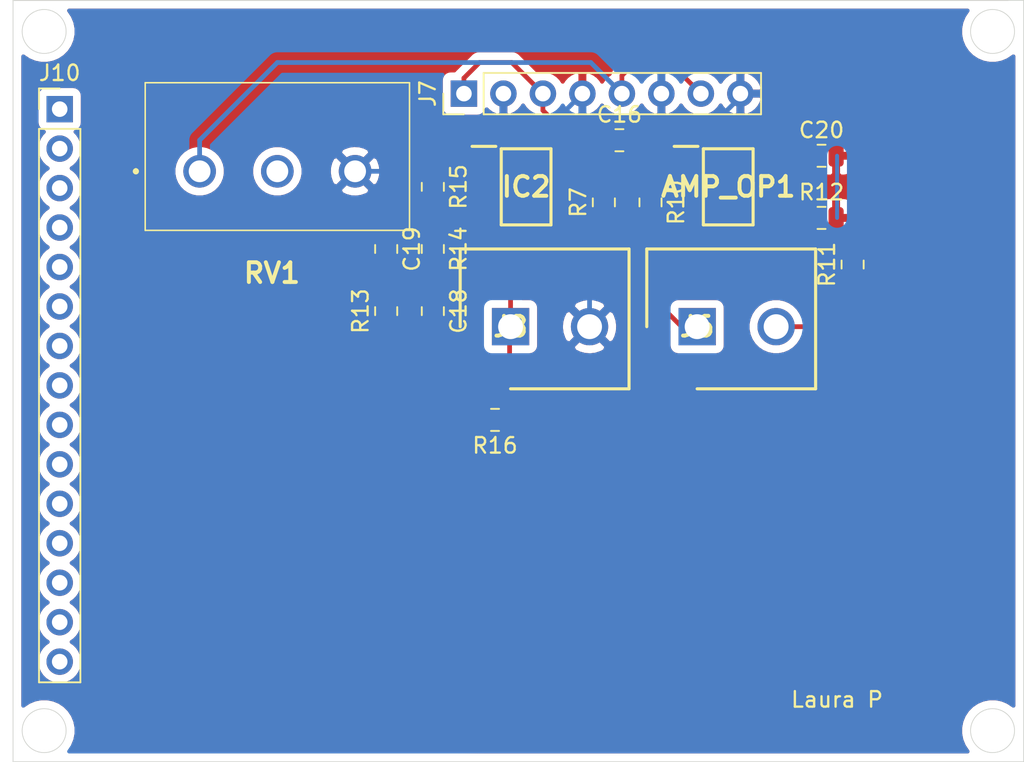
<source format=kicad_pcb>
(kicad_pcb (version 20171130) (host pcbnew "(5.1.5)-3")

  (general
    (thickness 1.6)
    (drawings 10)
    (tracks 103)
    (zones 0)
    (modules 19)
    (nets 12)
  )

  (page A4)
  (layers
    (0 F.Cu signal)
    (31 B.Cu signal)
    (32 B.Adhes user)
    (33 F.Adhes user)
    (34 B.Paste user)
    (35 F.Paste user)
    (36 B.SilkS user)
    (37 F.SilkS user)
    (38 B.Mask user)
    (39 F.Mask user)
    (40 Dwgs.User user)
    (41 Cmts.User user)
    (42 Eco1.User user)
    (43 Eco2.User user)
    (44 Edge.Cuts user)
    (45 Margin user)
    (46 B.CrtYd user)
    (47 F.CrtYd user)
    (48 B.Fab user)
    (49 F.Fab user)
  )

  (setup
    (last_trace_width 0.254)
    (trace_clearance 0.3048)
    (zone_clearance 0.508)
    (zone_45_only no)
    (trace_min 0.2)
    (via_size 0.8)
    (via_drill 0.4)
    (via_min_size 0.4)
    (via_min_drill 0.3)
    (uvia_size 0.3)
    (uvia_drill 0.1)
    (uvias_allowed no)
    (uvia_min_size 0.2)
    (uvia_min_drill 0.1)
    (edge_width 0.05)
    (segment_width 0.2)
    (pcb_text_width 0.3)
    (pcb_text_size 1.5 1.5)
    (mod_edge_width 0.12)
    (mod_text_size 1 1)
    (mod_text_width 0.15)
    (pad_size 1.524 1.524)
    (pad_drill 0.762)
    (pad_to_mask_clearance 0.051)
    (solder_mask_min_width 0.25)
    (aux_axis_origin 0 0)
    (visible_elements FFF9FF7F)
    (pcbplotparams
      (layerselection 0x010fc_ffffffff)
      (usegerberextensions false)
      (usegerberattributes false)
      (usegerberadvancedattributes false)
      (creategerberjobfile false)
      (excludeedgelayer true)
      (linewidth 0.100000)
      (plotframeref false)
      (viasonmask false)
      (mode 1)
      (useauxorigin false)
      (hpglpennumber 1)
      (hpglpenspeed 20)
      (hpglpendiameter 15.000000)
      (psnegative false)
      (psa4output false)
      (plotreference true)
      (plotvalue true)
      (plotinvisibletext false)
      (padsonsilk false)
      (subtractmaskfromsilk false)
      (outputformat 1)
      (mirror false)
      (drillshape 1)
      (scaleselection 1)
      (outputdirectory ""))
  )

  (net 0 "")
  (net 1 +5V)
  (net 2 IN_B)
  (net 3 Earth)
  (net 4 IN_A)
  (net 5 "Net-(C18-Pad1)")
  (net 6 "Net-(C19-Pad1)")
  (net 7 "Net-(IC2-Pad1)")
  (net 8 "Net-(IC2-Pad2)")
  (net 9 "Net-(J6-Pad1)")
  (net 10 "Net-(J6-Pad2)")
  (net 11 +3V3)

  (net_class Default "Esta é a classe de rede padrão."
    (clearance 0.3048)
    (trace_width 0.254)
    (via_dia 0.8)
    (via_drill 0.4)
    (uvia_dia 0.3)
    (uvia_drill 0.1)
  )

  (net_class power ""
    (clearance 0.3048)
    (trace_width 0.3048)
    (via_dia 0.8)
    (via_drill 0.4)
    (uvia_dia 0.3)
    (uvia_drill 0.1)
    (add_net +3V3)
    (add_net +5V)
    (add_net Earth)
    (add_net IN_A)
    (add_net IN_B)
    (add_net "Net-(C18-Pad1)")
    (add_net "Net-(C19-Pad1)")
    (add_net "Net-(IC2-Pad1)")
    (add_net "Net-(IC2-Pad2)")
    (add_net "Net-(J6-Pad1)")
    (add_net "Net-(J6-Pad2)")
  )

  (module LM358DG:SOIC127P600X175-8N (layer F.Cu) (tedit 0) (tstamp 5EB89E66)
    (at 148 88)
    (descr "SOIC-8 NB CAST 751-07")
    (tags "Integrated Circuit")
    (path /5EAA9A79)
    (attr smd)
    (fp_text reference AMP_OP1 (at 0 0) (layer F.SilkS)
      (effects (font (size 1.27 1.27) (thickness 0.254)))
    )
    (fp_text value LM358DG (at 0 0) (layer F.SilkS) hide
      (effects (font (size 1.27 1.27) (thickness 0.254)))
    )
    (fp_line (start -3.475 -2.605) (end -1.95 -2.605) (layer F.SilkS) (width 0.2))
    (fp_line (start -1.6 2.45) (end -1.6 -2.45) (layer F.SilkS) (width 0.2))
    (fp_line (start 1.6 2.45) (end -1.6 2.45) (layer F.SilkS) (width 0.2))
    (fp_line (start 1.6 -2.45) (end 1.6 2.45) (layer F.SilkS) (width 0.2))
    (fp_line (start -1.6 -2.45) (end 1.6 -2.45) (layer F.SilkS) (width 0.2))
    (fp_line (start -1.95 -1.18) (end -0.68 -2.45) (layer F.Fab) (width 0.1))
    (fp_line (start -1.95 2.45) (end -1.95 -2.45) (layer F.Fab) (width 0.1))
    (fp_line (start 1.95 2.45) (end -1.95 2.45) (layer F.Fab) (width 0.1))
    (fp_line (start 1.95 -2.45) (end 1.95 2.45) (layer F.Fab) (width 0.1))
    (fp_line (start -1.95 -2.45) (end 1.95 -2.45) (layer F.Fab) (width 0.1))
    (fp_line (start -3.725 2.75) (end -3.725 -2.75) (layer F.CrtYd) (width 0.05))
    (fp_line (start 3.725 2.75) (end -3.725 2.75) (layer F.CrtYd) (width 0.05))
    (fp_line (start 3.725 -2.75) (end 3.725 2.75) (layer F.CrtYd) (width 0.05))
    (fp_line (start -3.725 -2.75) (end 3.725 -2.75) (layer F.CrtYd) (width 0.05))
    (fp_text user %R (at 0 0) (layer F.Fab)
      (effects (font (size 1.27 1.27) (thickness 0.254)))
    )
    (pad 8 smd rect (at 2.712 -1.905 90) (size 0.7 1.525) (layers F.Cu F.Paste F.Mask)
      (net 1 +5V))
    (pad 7 smd rect (at 2.712 -0.635 90) (size 0.7 1.525) (layers F.Cu F.Paste F.Mask))
    (pad 6 smd rect (at 2.712 0.635 90) (size 0.7 1.525) (layers F.Cu F.Paste F.Mask))
    (pad 5 smd rect (at 2.712 1.905 90) (size 0.7 1.525) (layers F.Cu F.Paste F.Mask)
      (net 2 IN_B))
    (pad 4 smd rect (at -2.712 1.905 90) (size 0.7 1.525) (layers F.Cu F.Paste F.Mask)
      (net 3 Earth))
    (pad 3 smd rect (at -2.712 0.635 90) (size 0.7 1.525) (layers F.Cu F.Paste F.Mask)
      (net 4 IN_A))
    (pad 2 smd rect (at -2.712 -0.635 90) (size 0.7 1.525) (layers F.Cu F.Paste F.Mask))
    (pad 1 smd rect (at -2.712 -1.905 90) (size 0.7 1.525) (layers F.Cu F.Paste F.Mask))
    (model LM358DG.stp
      (at (xyz 0 0 0))
      (scale (xyz 1 1 1))
      (rotate (xyz 0 0 0))
    )
  )

  (module Capacitor_SMD:C_0805_2012Metric (layer F.Cu) (tedit 5B36C52B) (tstamp 5EB89E77)
    (at 141 85)
    (descr "Capacitor SMD 0805 (2012 Metric), square (rectangular) end terminal, IPC_7351 nominal, (Body size source: https://docs.google.com/spreadsheets/d/1BsfQQcO9C6DZCsRaXUlFlo91Tg2WpOkGARC1WS5S8t0/edit?usp=sharing), generated with kicad-footprint-generator")
    (tags capacitor)
    (path /5EAC6665)
    (attr smd)
    (fp_text reference C16 (at 0 -1.65) (layer F.SilkS)
      (effects (font (size 1 1) (thickness 0.15)))
    )
    (fp_text value 100nF (at 0 1.65) (layer F.Fab)
      (effects (font (size 1 1) (thickness 0.15)))
    )
    (fp_text user %R (at 0 0) (layer F.Fab)
      (effects (font (size 0.5 0.5) (thickness 0.08)))
    )
    (fp_line (start 1.68 0.95) (end -1.68 0.95) (layer F.CrtYd) (width 0.05))
    (fp_line (start 1.68 -0.95) (end 1.68 0.95) (layer F.CrtYd) (width 0.05))
    (fp_line (start -1.68 -0.95) (end 1.68 -0.95) (layer F.CrtYd) (width 0.05))
    (fp_line (start -1.68 0.95) (end -1.68 -0.95) (layer F.CrtYd) (width 0.05))
    (fp_line (start -0.258578 0.71) (end 0.258578 0.71) (layer F.SilkS) (width 0.12))
    (fp_line (start -0.258578 -0.71) (end 0.258578 -0.71) (layer F.SilkS) (width 0.12))
    (fp_line (start 1 0.6) (end -1 0.6) (layer F.Fab) (width 0.1))
    (fp_line (start 1 -0.6) (end 1 0.6) (layer F.Fab) (width 0.1))
    (fp_line (start -1 -0.6) (end 1 -0.6) (layer F.Fab) (width 0.1))
    (fp_line (start -1 0.6) (end -1 -0.6) (layer F.Fab) (width 0.1))
    (pad 2 smd roundrect (at 0.9375 0) (size 0.975 1.4) (layers F.Cu F.Paste F.Mask) (roundrect_rratio 0.25)
      (net 3 Earth))
    (pad 1 smd roundrect (at -0.9375 0) (size 0.975 1.4) (layers F.Cu F.Paste F.Mask) (roundrect_rratio 0.25)
      (net 1 +5V))
    (model ${KISYS3DMOD}/Capacitor_SMD.3dshapes/C_0805_2012Metric.wrl
      (at (xyz 0 0 0))
      (scale (xyz 1 1 1))
      (rotate (xyz 0 0 0))
    )
  )

  (module Capacitor_SMD:C_0805_2012Metric (layer F.Cu) (tedit 5B36C52B) (tstamp 5EB89E88)
    (at 129 96 270)
    (descr "Capacitor SMD 0805 (2012 Metric), square (rectangular) end terminal, IPC_7351 nominal, (Body size source: https://docs.google.com/spreadsheets/d/1BsfQQcO9C6DZCsRaXUlFlo91Tg2WpOkGARC1WS5S8t0/edit?usp=sharing), generated with kicad-footprint-generator")
    (tags capacitor)
    (path /5ED9ABC3)
    (attr smd)
    (fp_text reference C18 (at 0 -1.65 270) (layer F.SilkS)
      (effects (font (size 1 1) (thickness 0.15)))
    )
    (fp_text value 220nF (at 0 1.65 270) (layer F.Fab)
      (effects (font (size 1 1) (thickness 0.15)))
    )
    (fp_line (start -1 0.6) (end -1 -0.6) (layer F.Fab) (width 0.1))
    (fp_line (start -1 -0.6) (end 1 -0.6) (layer F.Fab) (width 0.1))
    (fp_line (start 1 -0.6) (end 1 0.6) (layer F.Fab) (width 0.1))
    (fp_line (start 1 0.6) (end -1 0.6) (layer F.Fab) (width 0.1))
    (fp_line (start -0.258578 -0.71) (end 0.258578 -0.71) (layer F.SilkS) (width 0.12))
    (fp_line (start -0.258578 0.71) (end 0.258578 0.71) (layer F.SilkS) (width 0.12))
    (fp_line (start -1.68 0.95) (end -1.68 -0.95) (layer F.CrtYd) (width 0.05))
    (fp_line (start -1.68 -0.95) (end 1.68 -0.95) (layer F.CrtYd) (width 0.05))
    (fp_line (start 1.68 -0.95) (end 1.68 0.95) (layer F.CrtYd) (width 0.05))
    (fp_line (start 1.68 0.95) (end -1.68 0.95) (layer F.CrtYd) (width 0.05))
    (fp_text user %R (at 0 0 270) (layer F.Fab)
      (effects (font (size 0.5 0.5) (thickness 0.08)))
    )
    (pad 1 smd roundrect (at -0.9375 0 270) (size 0.975 1.4) (layers F.Cu F.Paste F.Mask) (roundrect_rratio 0.25)
      (net 5 "Net-(C18-Pad1)"))
    (pad 2 smd roundrect (at 0.9375 0 270) (size 0.975 1.4) (layers F.Cu F.Paste F.Mask) (roundrect_rratio 0.25)
      (net 3 Earth))
    (model ${KISYS3DMOD}/Capacitor_SMD.3dshapes/C_0805_2012Metric.wrl
      (at (xyz 0 0 0))
      (scale (xyz 1 1 1))
      (rotate (xyz 0 0 0))
    )
  )

  (module Capacitor_SMD:C_0805_2012Metric (layer F.Cu) (tedit 5B36C52B) (tstamp 5EB89E99)
    (at 126 92 270)
    (descr "Capacitor SMD 0805 (2012 Metric), square (rectangular) end terminal, IPC_7351 nominal, (Body size source: https://docs.google.com/spreadsheets/d/1BsfQQcO9C6DZCsRaXUlFlo91Tg2WpOkGARC1WS5S8t0/edit?usp=sharing), generated with kicad-footprint-generator")
    (tags capacitor)
    (path /5ED9BC40)
    (attr smd)
    (fp_text reference C19 (at 0 -1.65 270) (layer F.SilkS)
      (effects (font (size 1 1) (thickness 0.15)))
    )
    (fp_text value 220nF (at 0 1.65 270) (layer F.Fab)
      (effects (font (size 1 1) (thickness 0.15)))
    )
    (fp_line (start -1 0.6) (end -1 -0.6) (layer F.Fab) (width 0.1))
    (fp_line (start -1 -0.6) (end 1 -0.6) (layer F.Fab) (width 0.1))
    (fp_line (start 1 -0.6) (end 1 0.6) (layer F.Fab) (width 0.1))
    (fp_line (start 1 0.6) (end -1 0.6) (layer F.Fab) (width 0.1))
    (fp_line (start -0.258578 -0.71) (end 0.258578 -0.71) (layer F.SilkS) (width 0.12))
    (fp_line (start -0.258578 0.71) (end 0.258578 0.71) (layer F.SilkS) (width 0.12))
    (fp_line (start -1.68 0.95) (end -1.68 -0.95) (layer F.CrtYd) (width 0.05))
    (fp_line (start -1.68 -0.95) (end 1.68 -0.95) (layer F.CrtYd) (width 0.05))
    (fp_line (start 1.68 -0.95) (end 1.68 0.95) (layer F.CrtYd) (width 0.05))
    (fp_line (start 1.68 0.95) (end -1.68 0.95) (layer F.CrtYd) (width 0.05))
    (fp_text user %R (at 0 0 270) (layer F.Fab)
      (effects (font (size 0.5 0.5) (thickness 0.08)))
    )
    (pad 1 smd roundrect (at -0.9375 0 270) (size 0.975 1.4) (layers F.Cu F.Paste F.Mask) (roundrect_rratio 0.25)
      (net 6 "Net-(C19-Pad1)"))
    (pad 2 smd roundrect (at 0.9375 0 270) (size 0.975 1.4) (layers F.Cu F.Paste F.Mask) (roundrect_rratio 0.25)
      (net 3 Earth))
    (model ${KISYS3DMOD}/Capacitor_SMD.3dshapes/C_0805_2012Metric.wrl
      (at (xyz 0 0 0))
      (scale (xyz 1 1 1))
      (rotate (xyz 0 0 0))
    )
  )

  (module Capacitor_SMD:C_0805_2012Metric (layer F.Cu) (tedit 5B36C52B) (tstamp 5EB89EAA)
    (at 154 86)
    (descr "Capacitor SMD 0805 (2012 Metric), square (rectangular) end terminal, IPC_7351 nominal, (Body size source: https://docs.google.com/spreadsheets/d/1BsfQQcO9C6DZCsRaXUlFlo91Tg2WpOkGARC1WS5S8t0/edit?usp=sharing), generated with kicad-footprint-generator")
    (tags capacitor)
    (path /5EE6E269)
    (attr smd)
    (fp_text reference C20 (at 0 -1.65) (layer F.SilkS)
      (effects (font (size 1 1) (thickness 0.15)))
    )
    (fp_text value 100nF (at 0 1.65) (layer F.Fab)
      (effects (font (size 1 1) (thickness 0.15)))
    )
    (fp_text user %R (at 0 0) (layer F.Fab)
      (effects (font (size 0.5 0.5) (thickness 0.08)))
    )
    (fp_line (start 1.68 0.95) (end -1.68 0.95) (layer F.CrtYd) (width 0.05))
    (fp_line (start 1.68 -0.95) (end 1.68 0.95) (layer F.CrtYd) (width 0.05))
    (fp_line (start -1.68 -0.95) (end 1.68 -0.95) (layer F.CrtYd) (width 0.05))
    (fp_line (start -1.68 0.95) (end -1.68 -0.95) (layer F.CrtYd) (width 0.05))
    (fp_line (start -0.258578 0.71) (end 0.258578 0.71) (layer F.SilkS) (width 0.12))
    (fp_line (start -0.258578 -0.71) (end 0.258578 -0.71) (layer F.SilkS) (width 0.12))
    (fp_line (start 1 0.6) (end -1 0.6) (layer F.Fab) (width 0.1))
    (fp_line (start 1 -0.6) (end 1 0.6) (layer F.Fab) (width 0.1))
    (fp_line (start -1 -0.6) (end 1 -0.6) (layer F.Fab) (width 0.1))
    (fp_line (start -1 0.6) (end -1 -0.6) (layer F.Fab) (width 0.1))
    (pad 2 smd roundrect (at 0.9375 0) (size 0.975 1.4) (layers F.Cu F.Paste F.Mask) (roundrect_rratio 0.25)
      (net 3 Earth))
    (pad 1 smd roundrect (at -0.9375 0) (size 0.975 1.4) (layers F.Cu F.Paste F.Mask) (roundrect_rratio 0.25)
      (net 1 +5V))
    (model ${KISYS3DMOD}/Capacitor_SMD.3dshapes/C_0805_2012Metric.wrl
      (at (xyz 0 0 0))
      (scale (xyz 1 1 1))
      (rotate (xyz 0 0 0))
    )
  )

  (module LM358DG:SOIC127P600X175-8N (layer F.Cu) (tedit 0) (tstamp 5EB89EC5)
    (at 135 88)
    (descr "SOIC-8 NB CAST 751-07")
    (tags "Integrated Circuit")
    (path /5EE02152)
    (attr smd)
    (fp_text reference IC2 (at 0 0) (layer F.SilkS)
      (effects (font (size 1.27 1.27) (thickness 0.254)))
    )
    (fp_text value LM358DG (at 0 0) (layer F.SilkS) hide
      (effects (font (size 1.27 1.27) (thickness 0.254)))
    )
    (fp_text user %R (at 0 0) (layer F.Fab)
      (effects (font (size 1.27 1.27) (thickness 0.254)))
    )
    (fp_line (start -3.725 -2.75) (end 3.725 -2.75) (layer F.CrtYd) (width 0.05))
    (fp_line (start 3.725 -2.75) (end 3.725 2.75) (layer F.CrtYd) (width 0.05))
    (fp_line (start 3.725 2.75) (end -3.725 2.75) (layer F.CrtYd) (width 0.05))
    (fp_line (start -3.725 2.75) (end -3.725 -2.75) (layer F.CrtYd) (width 0.05))
    (fp_line (start -1.95 -2.45) (end 1.95 -2.45) (layer F.Fab) (width 0.1))
    (fp_line (start 1.95 -2.45) (end 1.95 2.45) (layer F.Fab) (width 0.1))
    (fp_line (start 1.95 2.45) (end -1.95 2.45) (layer F.Fab) (width 0.1))
    (fp_line (start -1.95 2.45) (end -1.95 -2.45) (layer F.Fab) (width 0.1))
    (fp_line (start -1.95 -1.18) (end -0.68 -2.45) (layer F.Fab) (width 0.1))
    (fp_line (start -1.6 -2.45) (end 1.6 -2.45) (layer F.SilkS) (width 0.2))
    (fp_line (start 1.6 -2.45) (end 1.6 2.45) (layer F.SilkS) (width 0.2))
    (fp_line (start 1.6 2.45) (end -1.6 2.45) (layer F.SilkS) (width 0.2))
    (fp_line (start -1.6 2.45) (end -1.6 -2.45) (layer F.SilkS) (width 0.2))
    (fp_line (start -3.475 -2.605) (end -1.95 -2.605) (layer F.SilkS) (width 0.2))
    (pad 1 smd rect (at -2.712 -1.905 90) (size 0.7 1.525) (layers F.Cu F.Paste F.Mask)
      (net 7 "Net-(IC2-Pad1)"))
    (pad 2 smd rect (at -2.712 -0.635 90) (size 0.7 1.525) (layers F.Cu F.Paste F.Mask)
      (net 8 "Net-(IC2-Pad2)"))
    (pad 3 smd rect (at -2.712 0.635 90) (size 0.7 1.525) (layers F.Cu F.Paste F.Mask)
      (net 6 "Net-(C19-Pad1)"))
    (pad 4 smd rect (at -2.712 1.905 90) (size 0.7 1.525) (layers F.Cu F.Paste F.Mask)
      (net 3 Earth))
    (pad 5 smd rect (at 2.712 1.905 90) (size 0.7 1.525) (layers F.Cu F.Paste F.Mask))
    (pad 6 smd rect (at 2.712 0.635 90) (size 0.7 1.525) (layers F.Cu F.Paste F.Mask))
    (pad 7 smd rect (at 2.712 -0.635 90) (size 0.7 1.525) (layers F.Cu F.Paste F.Mask))
    (pad 8 smd rect (at 2.712 -1.905 90) (size 0.7 1.525) (layers F.Cu F.Paste F.Mask)
      (net 1 +5V))
    (model LM358DG.stp
      (at (xyz 0 0 0))
      (scale (xyz 1 1 1))
      (rotate (xyz 0 0 0))
    )
  )

  (module OSTTA024163:SHDR2W100P0X508_1X2_1086X900X1300P (layer F.Cu) (tedit 0) (tstamp 5EB89ED8)
    (at 146 97)
    (descr OSTTA024163)
    (tags Connector)
    (path /5EC4BF56)
    (fp_text reference J6 (at 0 0) (layer F.SilkS)
      (effects (font (size 1.27 1.27) (thickness 0.254)))
    )
    (fp_text value OSTTA024163 (at 0 0) (layer F.SilkS) hide
      (effects (font (size 1.27 1.27) (thickness 0.254)))
    )
    (fp_text user %R (at 0 0) (layer F.Fab)
      (effects (font (size 1.27 1.27) (thickness 0.254)))
    )
    (fp_line (start -3.49 4.25) (end -3.49 -5.25) (layer F.CrtYd) (width 0.05))
    (fp_line (start -3.49 -5.25) (end 7.87 -5.25) (layer F.CrtYd) (width 0.05))
    (fp_line (start 7.87 -5.25) (end 7.87 4.25) (layer F.CrtYd) (width 0.05))
    (fp_line (start 7.87 4.25) (end -3.49 4.25) (layer F.CrtYd) (width 0.05))
    (fp_line (start -3.24 4) (end -3.24 -5) (layer F.Fab) (width 0.1))
    (fp_line (start -3.24 -5) (end 7.62 -5) (layer F.Fab) (width 0.1))
    (fp_line (start 7.62 -5) (end 7.62 4) (layer F.Fab) (width 0.1))
    (fp_line (start 7.62 4) (end -3.24 4) (layer F.Fab) (width 0.1))
    (fp_line (start 0 4) (end 7.62 4) (layer F.SilkS) (width 0.2))
    (fp_line (start 7.62 4) (end 7.62 -5) (layer F.SilkS) (width 0.2))
    (fp_line (start 7.62 -5) (end -3.24 -5) (layer F.SilkS) (width 0.2))
    (fp_line (start -3.24 -5) (end -3.24 0) (layer F.SilkS) (width 0.2))
    (pad 1 thru_hole rect (at 0 0) (size 2.4 2.4) (drill 1.6) (layers *.Cu *.Mask)
      (net 9 "Net-(J6-Pad1)"))
    (pad 2 thru_hole circle (at 5.08 0) (size 2.4 2.4) (drill 1.6) (layers *.Cu *.Mask)
      (net 10 "Net-(J6-Pad2)"))
  )

  (module Connector_PinHeader_2.54mm:PinHeader_1x08_P2.54mm_Vertical (layer F.Cu) (tedit 59FED5CC) (tstamp 5EB89EF4)
    (at 131 82 90)
    (descr "Through hole straight pin header, 1x08, 2.54mm pitch, single row")
    (tags "Through hole pin header THT 1x08 2.54mm single row")
    (path /5ED1079C)
    (fp_text reference J7 (at 0 -2.33 90) (layer F.SilkS)
      (effects (font (size 1 1) (thickness 0.15)))
    )
    (fp_text value ALIM (at 0 20.11 90) (layer F.Fab)
      (effects (font (size 1 1) (thickness 0.15)))
    )
    (fp_line (start -0.635 -1.27) (end 1.27 -1.27) (layer F.Fab) (width 0.1))
    (fp_line (start 1.27 -1.27) (end 1.27 19.05) (layer F.Fab) (width 0.1))
    (fp_line (start 1.27 19.05) (end -1.27 19.05) (layer F.Fab) (width 0.1))
    (fp_line (start -1.27 19.05) (end -1.27 -0.635) (layer F.Fab) (width 0.1))
    (fp_line (start -1.27 -0.635) (end -0.635 -1.27) (layer F.Fab) (width 0.1))
    (fp_line (start -1.33 19.11) (end 1.33 19.11) (layer F.SilkS) (width 0.12))
    (fp_line (start -1.33 1.27) (end -1.33 19.11) (layer F.SilkS) (width 0.12))
    (fp_line (start 1.33 1.27) (end 1.33 19.11) (layer F.SilkS) (width 0.12))
    (fp_line (start -1.33 1.27) (end 1.33 1.27) (layer F.SilkS) (width 0.12))
    (fp_line (start -1.33 0) (end -1.33 -1.33) (layer F.SilkS) (width 0.12))
    (fp_line (start -1.33 -1.33) (end 0 -1.33) (layer F.SilkS) (width 0.12))
    (fp_line (start -1.8 -1.8) (end -1.8 19.55) (layer F.CrtYd) (width 0.05))
    (fp_line (start -1.8 19.55) (end 1.8 19.55) (layer F.CrtYd) (width 0.05))
    (fp_line (start 1.8 19.55) (end 1.8 -1.8) (layer F.CrtYd) (width 0.05))
    (fp_line (start 1.8 -1.8) (end -1.8 -1.8) (layer F.CrtYd) (width 0.05))
    (fp_text user %R (at 0 8.89 180) (layer F.Fab)
      (effects (font (size 1 1) (thickness 0.15)))
    )
    (pad 1 thru_hole rect (at 0 0 90) (size 1.7 1.7) (drill 1) (layers *.Cu *.Mask)
      (net 1 +5V))
    (pad 2 thru_hole oval (at 0 2.54 90) (size 1.7 1.7) (drill 1) (layers *.Cu *.Mask)
      (net 3 Earth))
    (pad 3 thru_hole oval (at 0 5.08 90) (size 1.7 1.7) (drill 1) (layers *.Cu *.Mask)
      (net 1 +5V))
    (pad 4 thru_hole oval (at 0 7.62 90) (size 1.7 1.7) (drill 1) (layers *.Cu *.Mask)
      (net 3 Earth))
    (pad 5 thru_hole oval (at 0 10.16 90) (size 1.7 1.7) (drill 1) (layers *.Cu *.Mask)
      (net 11 +3V3))
    (pad 6 thru_hole oval (at 0 12.7 90) (size 1.7 1.7) (drill 1) (layers *.Cu *.Mask)
      (net 3 Earth))
    (pad 7 thru_hole oval (at 0 15.24 90) (size 1.7 1.7) (drill 1) (layers *.Cu *.Mask)
      (net 11 +3V3))
    (pad 8 thru_hole oval (at 0 17.78 90) (size 1.7 1.7) (drill 1) (layers *.Cu *.Mask)
      (net 3 Earth))
    (model ${KISYS3DMOD}/Connector_PinHeader_2.54mm.3dshapes/PinHeader_1x08_P2.54mm_Vertical.wrl
      (at (xyz 0 0 0))
      (scale (xyz 1 1 1))
      (rotate (xyz 0 0 0))
    )
  )

  (module OSTTA024163:SHDR2W100P0X508_1X2_1086X900X1300P (layer F.Cu) (tedit 0) (tstamp 5EB89F07)
    (at 134 97)
    (descr OSTTA024163)
    (tags Connector)
    (path /5EC4A8FB)
    (fp_text reference J8 (at 0 0) (layer F.SilkS)
      (effects (font (size 1.27 1.27) (thickness 0.254)))
    )
    (fp_text value OSTTA024163 (at 0 0) (layer F.SilkS) hide
      (effects (font (size 1.27 1.27) (thickness 0.254)))
    )
    (fp_line (start -3.24 -5) (end -3.24 0) (layer F.SilkS) (width 0.2))
    (fp_line (start 7.62 -5) (end -3.24 -5) (layer F.SilkS) (width 0.2))
    (fp_line (start 7.62 4) (end 7.62 -5) (layer F.SilkS) (width 0.2))
    (fp_line (start 0 4) (end 7.62 4) (layer F.SilkS) (width 0.2))
    (fp_line (start 7.62 4) (end -3.24 4) (layer F.Fab) (width 0.1))
    (fp_line (start 7.62 -5) (end 7.62 4) (layer F.Fab) (width 0.1))
    (fp_line (start -3.24 -5) (end 7.62 -5) (layer F.Fab) (width 0.1))
    (fp_line (start -3.24 4) (end -3.24 -5) (layer F.Fab) (width 0.1))
    (fp_line (start 7.87 4.25) (end -3.49 4.25) (layer F.CrtYd) (width 0.05))
    (fp_line (start 7.87 -5.25) (end 7.87 4.25) (layer F.CrtYd) (width 0.05))
    (fp_line (start -3.49 -5.25) (end 7.87 -5.25) (layer F.CrtYd) (width 0.05))
    (fp_line (start -3.49 4.25) (end -3.49 -5.25) (layer F.CrtYd) (width 0.05))
    (fp_text user %R (at 0 0) (layer F.Fab)
      (effects (font (size 1.27 1.27) (thickness 0.254)))
    )
    (pad 2 thru_hole circle (at 5.08 0) (size 2.4 2.4) (drill 1.6) (layers *.Cu *.Mask)
      (net 3 Earth))
    (pad 1 thru_hole rect (at 0 0) (size 2.4 2.4) (drill 1.6) (layers *.Cu *.Mask)
      (net 7 "Net-(IC2-Pad1)"))
  )

  (module Connector_PinHeader_2.54mm:PinHeader_1x15_P2.54mm_Vertical (layer F.Cu) (tedit 59FED5CC) (tstamp 5EB89F2A)
    (at 105 83)
    (descr "Through hole straight pin header, 1x15, 2.54mm pitch, single row")
    (tags "Through hole pin header THT 1x15 2.54mm single row")
    (path /5F8B4BB7)
    (fp_text reference J10 (at 0 -2.33) (layer F.SilkS)
      (effects (font (size 1 1) (thickness 0.15)))
    )
    (fp_text value EXTENSÃO (at 0 37.89) (layer F.Fab)
      (effects (font (size 1 1) (thickness 0.15)))
    )
    (fp_line (start -0.635 -1.27) (end 1.27 -1.27) (layer F.Fab) (width 0.1))
    (fp_line (start 1.27 -1.27) (end 1.27 36.83) (layer F.Fab) (width 0.1))
    (fp_line (start 1.27 36.83) (end -1.27 36.83) (layer F.Fab) (width 0.1))
    (fp_line (start -1.27 36.83) (end -1.27 -0.635) (layer F.Fab) (width 0.1))
    (fp_line (start -1.27 -0.635) (end -0.635 -1.27) (layer F.Fab) (width 0.1))
    (fp_line (start -1.33 36.89) (end 1.33 36.89) (layer F.SilkS) (width 0.12))
    (fp_line (start -1.33 1.27) (end -1.33 36.89) (layer F.SilkS) (width 0.12))
    (fp_line (start 1.33 1.27) (end 1.33 36.89) (layer F.SilkS) (width 0.12))
    (fp_line (start -1.33 1.27) (end 1.33 1.27) (layer F.SilkS) (width 0.12))
    (fp_line (start -1.33 0) (end -1.33 -1.33) (layer F.SilkS) (width 0.12))
    (fp_line (start -1.33 -1.33) (end 0 -1.33) (layer F.SilkS) (width 0.12))
    (fp_line (start -1.8 -1.8) (end -1.8 37.35) (layer F.CrtYd) (width 0.05))
    (fp_line (start -1.8 37.35) (end 1.8 37.35) (layer F.CrtYd) (width 0.05))
    (fp_line (start 1.8 37.35) (end 1.8 -1.8) (layer F.CrtYd) (width 0.05))
    (fp_line (start 1.8 -1.8) (end -1.8 -1.8) (layer F.CrtYd) (width 0.05))
    (fp_text user %R (at 0 17.78 90) (layer F.Fab)
      (effects (font (size 1 1) (thickness 0.15)))
    )
    (pad 1 thru_hole rect (at 0 0) (size 1.7 1.7) (drill 1) (layers *.Cu *.Mask))
    (pad 2 thru_hole oval (at 0 2.54) (size 1.7 1.7) (drill 1) (layers *.Cu *.Mask))
    (pad 3 thru_hole oval (at 0 5.08) (size 1.7 1.7) (drill 1) (layers *.Cu *.Mask))
    (pad 4 thru_hole oval (at 0 7.62) (size 1.7 1.7) (drill 1) (layers *.Cu *.Mask))
    (pad 5 thru_hole oval (at 0 10.16) (size 1.7 1.7) (drill 1) (layers *.Cu *.Mask))
    (pad 6 thru_hole oval (at 0 12.7) (size 1.7 1.7) (drill 1) (layers *.Cu *.Mask))
    (pad 7 thru_hole oval (at 0 15.24) (size 1.7 1.7) (drill 1) (layers *.Cu *.Mask))
    (pad 8 thru_hole oval (at 0 17.78) (size 1.7 1.7) (drill 1) (layers *.Cu *.Mask))
    (pad 9 thru_hole oval (at 0 20.32) (size 1.7 1.7) (drill 1) (layers *.Cu *.Mask))
    (pad 10 thru_hole oval (at 0 22.86) (size 1.7 1.7) (drill 1) (layers *.Cu *.Mask))
    (pad 11 thru_hole oval (at 0 25.4) (size 1.7 1.7) (drill 1) (layers *.Cu *.Mask))
    (pad 12 thru_hole oval (at 0 27.94) (size 1.7 1.7) (drill 1) (layers *.Cu *.Mask))
    (pad 13 thru_hole oval (at 0 30.48) (size 1.7 1.7) (drill 1) (layers *.Cu *.Mask))
    (pad 14 thru_hole oval (at 0 33.02) (size 1.7 1.7) (drill 1) (layers *.Cu *.Mask))
    (pad 15 thru_hole oval (at 0 35.56) (size 1.7 1.7) (drill 1) (layers *.Cu *.Mask))
    (model ${KISYS3DMOD}/Connector_PinHeader_2.54mm.3dshapes/PinHeader_1x15_P2.54mm_Vertical.wrl
      (at (xyz 0 0 0))
      (scale (xyz 1 1 1))
      (rotate (xyz 0 0 0))
    )
  )

  (module Resistor_SMD:R_0805_2012Metric (layer F.Cu) (tedit 5EB33618) (tstamp 5EB89F3B)
    (at 140 89 90)
    (descr "Resistor SMD 0805 (2012 Metric), square (rectangular) end terminal, IPC_7351 nominal, (Body size source: https://docs.google.com/spreadsheets/d/1BsfQQcO9C6DZCsRaXUlFlo91Tg2WpOkGARC1WS5S8t0/edit?usp=sharing), generated with kicad-footprint-generator")
    (tags resistor)
    (path /5EB469F5)
    (attr smd)
    (fp_text reference R7 (at 0 -1.65 90) (layer F.SilkS)
      (effects (font (size 1 1) (thickness 0.15)))
    )
    (fp_text value 4k3 (at 0.234999 0.924999 90) (layer F.Fab)
      (effects (font (size 1 1) (thickness 0.15)))
    )
    (fp_line (start -1 0.6) (end -1 -0.6) (layer F.Fab) (width 0.1))
    (fp_line (start -1 -0.6) (end 1 -0.6) (layer F.Fab) (width 0.1))
    (fp_line (start 1 -0.6) (end 1 0.6) (layer F.Fab) (width 0.1))
    (fp_line (start 1 0.6) (end -1 0.6) (layer F.Fab) (width 0.1))
    (fp_line (start -0.258578 -0.71) (end 0.258578 -0.71) (layer F.SilkS) (width 0.12))
    (fp_line (start -0.258578 0.71) (end 0.258578 0.71) (layer F.SilkS) (width 0.12))
    (fp_line (start -1.68 0.95) (end -1.68 -0.95) (layer F.CrtYd) (width 0.05))
    (fp_line (start -1.68 -0.95) (end 1.68 -0.95) (layer F.CrtYd) (width 0.05))
    (fp_line (start 1.68 -0.95) (end 1.68 0.95) (layer F.CrtYd) (width 0.05))
    (fp_line (start 1.68 0.95) (end -1.68 0.95) (layer F.CrtYd) (width 0.05))
    (fp_text user %R (at 0 0 90) (layer F.Fab)
      (effects (font (size 0.5 0.5) (thickness 0.08)))
    )
    (pad 1 smd roundrect (at -0.9375 0 90) (size 0.975 1.4) (layers F.Cu F.Paste F.Mask) (roundrect_rratio 0.25)
      (net 9 "Net-(J6-Pad1)"))
    (pad 2 smd roundrect (at 0.9375 0 90) (size 0.975 1.4) (layers F.Cu F.Paste F.Mask) (roundrect_rratio 0.25)
      (net 4 IN_A))
    (model ${KISYS3DMOD}/Resistor_SMD.3dshapes/R_0805_2012Metric.wrl
      (at (xyz 0 0 0))
      (scale (xyz 1 1 1))
      (rotate (xyz 0 0 0))
    )
  )

  (module Resistor_SMD:R_0805_2012Metric (layer F.Cu) (tedit 5B36C52B) (tstamp 5EB89F4C)
    (at 143 89 270)
    (descr "Resistor SMD 0805 (2012 Metric), square (rectangular) end terminal, IPC_7351 nominal, (Body size source: https://docs.google.com/spreadsheets/d/1BsfQQcO9C6DZCsRaXUlFlo91Tg2WpOkGARC1WS5S8t0/edit?usp=sharing), generated with kicad-footprint-generator")
    (tags resistor)
    (path /5EB47B88)
    (attr smd)
    (fp_text reference R10 (at 0 -1.65 270) (layer F.SilkS)
      (effects (font (size 1 1) (thickness 0.15)))
    )
    (fp_text value 8k2 (at 0 1.65 270) (layer F.Fab)
      (effects (font (size 1 1) (thickness 0.15)))
    )
    (fp_text user %R (at 0 0 270) (layer F.Fab)
      (effects (font (size 0.5 0.5) (thickness 0.08)))
    )
    (fp_line (start 1.68 0.95) (end -1.68 0.95) (layer F.CrtYd) (width 0.05))
    (fp_line (start 1.68 -0.95) (end 1.68 0.95) (layer F.CrtYd) (width 0.05))
    (fp_line (start -1.68 -0.95) (end 1.68 -0.95) (layer F.CrtYd) (width 0.05))
    (fp_line (start -1.68 0.95) (end -1.68 -0.95) (layer F.CrtYd) (width 0.05))
    (fp_line (start -0.258578 0.71) (end 0.258578 0.71) (layer F.SilkS) (width 0.12))
    (fp_line (start -0.258578 -0.71) (end 0.258578 -0.71) (layer F.SilkS) (width 0.12))
    (fp_line (start 1 0.6) (end -1 0.6) (layer F.Fab) (width 0.1))
    (fp_line (start 1 -0.6) (end 1 0.6) (layer F.Fab) (width 0.1))
    (fp_line (start -1 -0.6) (end 1 -0.6) (layer F.Fab) (width 0.1))
    (fp_line (start -1 0.6) (end -1 -0.6) (layer F.Fab) (width 0.1))
    (pad 2 smd roundrect (at 0.9375 0 270) (size 0.975 1.4) (layers F.Cu F.Paste F.Mask) (roundrect_rratio 0.25)
      (net 3 Earth))
    (pad 1 smd roundrect (at -0.9375 0 270) (size 0.975 1.4) (layers F.Cu F.Paste F.Mask) (roundrect_rratio 0.25)
      (net 4 IN_A))
    (model ${KISYS3DMOD}/Resistor_SMD.3dshapes/R_0805_2012Metric.wrl
      (at (xyz 0 0 0))
      (scale (xyz 1 1 1))
      (rotate (xyz 0 0 0))
    )
  )

  (module Resistor_SMD:R_0805_2012Metric (layer F.Cu) (tedit 5B36C52B) (tstamp 5EB89F5D)
    (at 156 93 90)
    (descr "Resistor SMD 0805 (2012 Metric), square (rectangular) end terminal, IPC_7351 nominal, (Body size source: https://docs.google.com/spreadsheets/d/1BsfQQcO9C6DZCsRaXUlFlo91Tg2WpOkGARC1WS5S8t0/edit?usp=sharing), generated with kicad-footprint-generator")
    (tags resistor)
    (path /5EB4892A)
    (attr smd)
    (fp_text reference R11 (at 0 -1.65 90) (layer F.SilkS)
      (effects (font (size 1 1) (thickness 0.15)))
    )
    (fp_text value 4k3 (at 0 1.65 90) (layer F.Fab)
      (effects (font (size 1 1) (thickness 0.15)))
    )
    (fp_line (start -1 0.6) (end -1 -0.6) (layer F.Fab) (width 0.1))
    (fp_line (start -1 -0.6) (end 1 -0.6) (layer F.Fab) (width 0.1))
    (fp_line (start 1 -0.6) (end 1 0.6) (layer F.Fab) (width 0.1))
    (fp_line (start 1 0.6) (end -1 0.6) (layer F.Fab) (width 0.1))
    (fp_line (start -0.258578 -0.71) (end 0.258578 -0.71) (layer F.SilkS) (width 0.12))
    (fp_line (start -0.258578 0.71) (end 0.258578 0.71) (layer F.SilkS) (width 0.12))
    (fp_line (start -1.68 0.95) (end -1.68 -0.95) (layer F.CrtYd) (width 0.05))
    (fp_line (start -1.68 -0.95) (end 1.68 -0.95) (layer F.CrtYd) (width 0.05))
    (fp_line (start 1.68 -0.95) (end 1.68 0.95) (layer F.CrtYd) (width 0.05))
    (fp_line (start 1.68 0.95) (end -1.68 0.95) (layer F.CrtYd) (width 0.05))
    (fp_text user %R (at 0 0 90) (layer F.Fab)
      (effects (font (size 0.5 0.5) (thickness 0.08)))
    )
    (pad 1 smd roundrect (at -0.9375 0 90) (size 0.975 1.4) (layers F.Cu F.Paste F.Mask) (roundrect_rratio 0.25)
      (net 10 "Net-(J6-Pad2)"))
    (pad 2 smd roundrect (at 0.9375 0 90) (size 0.975 1.4) (layers F.Cu F.Paste F.Mask) (roundrect_rratio 0.25)
      (net 2 IN_B))
    (model ${KISYS3DMOD}/Resistor_SMD.3dshapes/R_0805_2012Metric.wrl
      (at (xyz 0 0 0))
      (scale (xyz 1 1 1))
      (rotate (xyz 0 0 0))
    )
  )

  (module Resistor_SMD:R_0805_2012Metric (layer F.Cu) (tedit 5B36C52B) (tstamp 5EB89F6E)
    (at 154 90)
    (descr "Resistor SMD 0805 (2012 Metric), square (rectangular) end terminal, IPC_7351 nominal, (Body size source: https://docs.google.com/spreadsheets/d/1BsfQQcO9C6DZCsRaXUlFlo91Tg2WpOkGARC1WS5S8t0/edit?usp=sharing), generated with kicad-footprint-generator")
    (tags resistor)
    (path /5EB49761)
    (attr smd)
    (fp_text reference R12 (at 0 -1.65) (layer F.SilkS)
      (effects (font (size 1 1) (thickness 0.15)))
    )
    (fp_text value 8k2 (at 0 1.65) (layer F.Fab)
      (effects (font (size 1 1) (thickness 0.15)))
    )
    (fp_text user %R (at 0 0) (layer F.Fab)
      (effects (font (size 0.5 0.5) (thickness 0.08)))
    )
    (fp_line (start 1.68 0.95) (end -1.68 0.95) (layer F.CrtYd) (width 0.05))
    (fp_line (start 1.68 -0.95) (end 1.68 0.95) (layer F.CrtYd) (width 0.05))
    (fp_line (start -1.68 -0.95) (end 1.68 -0.95) (layer F.CrtYd) (width 0.05))
    (fp_line (start -1.68 0.95) (end -1.68 -0.95) (layer F.CrtYd) (width 0.05))
    (fp_line (start -0.258578 0.71) (end 0.258578 0.71) (layer F.SilkS) (width 0.12))
    (fp_line (start -0.258578 -0.71) (end 0.258578 -0.71) (layer F.SilkS) (width 0.12))
    (fp_line (start 1 0.6) (end -1 0.6) (layer F.Fab) (width 0.1))
    (fp_line (start 1 -0.6) (end 1 0.6) (layer F.Fab) (width 0.1))
    (fp_line (start -1 -0.6) (end 1 -0.6) (layer F.Fab) (width 0.1))
    (fp_line (start -1 0.6) (end -1 -0.6) (layer F.Fab) (width 0.1))
    (pad 2 smd roundrect (at 0.9375 0) (size 0.975 1.4) (layers F.Cu F.Paste F.Mask) (roundrect_rratio 0.25)
      (net 3 Earth))
    (pad 1 smd roundrect (at -0.9375 0) (size 0.975 1.4) (layers F.Cu F.Paste F.Mask) (roundrect_rratio 0.25)
      (net 2 IN_B))
    (model ${KISYS3DMOD}/Resistor_SMD.3dshapes/R_0805_2012Metric.wrl
      (at (xyz 0 0 0))
      (scale (xyz 1 1 1))
      (rotate (xyz 0 0 0))
    )
  )

  (module Resistor_SMD:R_0805_2012Metric (layer F.Cu) (tedit 5B36C52B) (tstamp 5EB89F7F)
    (at 126 96 90)
    (descr "Resistor SMD 0805 (2012 Metric), square (rectangular) end terminal, IPC_7351 nominal, (Body size source: https://docs.google.com/spreadsheets/d/1BsfQQcO9C6DZCsRaXUlFlo91Tg2WpOkGARC1WS5S8t0/edit?usp=sharing), generated with kicad-footprint-generator")
    (tags resistor)
    (path /5ED98968)
    (attr smd)
    (fp_text reference R13 (at 0 -1.65 90) (layer F.SilkS)
      (effects (font (size 1 1) (thickness 0.15)))
    )
    (fp_text value 1k (at 0 1.65 90) (layer F.Fab)
      (effects (font (size 1 1) (thickness 0.15)))
    )
    (fp_text user %R (at 0 0 90) (layer F.Fab)
      (effects (font (size 0.5 0.5) (thickness 0.08)))
    )
    (fp_line (start 1.68 0.95) (end -1.68 0.95) (layer F.CrtYd) (width 0.05))
    (fp_line (start 1.68 -0.95) (end 1.68 0.95) (layer F.CrtYd) (width 0.05))
    (fp_line (start -1.68 -0.95) (end 1.68 -0.95) (layer F.CrtYd) (width 0.05))
    (fp_line (start -1.68 0.95) (end -1.68 -0.95) (layer F.CrtYd) (width 0.05))
    (fp_line (start -0.258578 0.71) (end 0.258578 0.71) (layer F.SilkS) (width 0.12))
    (fp_line (start -0.258578 -0.71) (end 0.258578 -0.71) (layer F.SilkS) (width 0.12))
    (fp_line (start 1 0.6) (end -1 0.6) (layer F.Fab) (width 0.1))
    (fp_line (start 1 -0.6) (end 1 0.6) (layer F.Fab) (width 0.1))
    (fp_line (start -1 -0.6) (end 1 -0.6) (layer F.Fab) (width 0.1))
    (fp_line (start -1 0.6) (end -1 -0.6) (layer F.Fab) (width 0.1))
    (pad 2 smd roundrect (at 0.9375 0 90) (size 0.975 1.4) (layers F.Cu F.Paste F.Mask) (roundrect_rratio 0.25)
      (net 5 "Net-(C18-Pad1)"))
    (pad 1 smd roundrect (at -0.9375 0 90) (size 0.975 1.4) (layers F.Cu F.Paste F.Mask) (roundrect_rratio 0.25))
    (model ${KISYS3DMOD}/Resistor_SMD.3dshapes/R_0805_2012Metric.wrl
      (at (xyz 0 0 0))
      (scale (xyz 1 1 1))
      (rotate (xyz 0 0 0))
    )
  )

  (module Resistor_SMD:R_0805_2012Metric (layer F.Cu) (tedit 5B36C52B) (tstamp 5EB89F90)
    (at 129 92 270)
    (descr "Resistor SMD 0805 (2012 Metric), square (rectangular) end terminal, IPC_7351 nominal, (Body size source: https://docs.google.com/spreadsheets/d/1BsfQQcO9C6DZCsRaXUlFlo91Tg2WpOkGARC1WS5S8t0/edit?usp=sharing), generated with kicad-footprint-generator")
    (tags resistor)
    (path /5ED99B76)
    (attr smd)
    (fp_text reference R14 (at 0 -1.65 270) (layer F.SilkS)
      (effects (font (size 1 1) (thickness 0.15)))
    )
    (fp_text value 3k3 (at 0 1.65 270) (layer F.Fab)
      (effects (font (size 1 1) (thickness 0.15)))
    )
    (fp_line (start -1 0.6) (end -1 -0.6) (layer F.Fab) (width 0.1))
    (fp_line (start -1 -0.6) (end 1 -0.6) (layer F.Fab) (width 0.1))
    (fp_line (start 1 -0.6) (end 1 0.6) (layer F.Fab) (width 0.1))
    (fp_line (start 1 0.6) (end -1 0.6) (layer F.Fab) (width 0.1))
    (fp_line (start -0.258578 -0.71) (end 0.258578 -0.71) (layer F.SilkS) (width 0.12))
    (fp_line (start -0.258578 0.71) (end 0.258578 0.71) (layer F.SilkS) (width 0.12))
    (fp_line (start -1.68 0.95) (end -1.68 -0.95) (layer F.CrtYd) (width 0.05))
    (fp_line (start -1.68 -0.95) (end 1.68 -0.95) (layer F.CrtYd) (width 0.05))
    (fp_line (start 1.68 -0.95) (end 1.68 0.95) (layer F.CrtYd) (width 0.05))
    (fp_line (start 1.68 0.95) (end -1.68 0.95) (layer F.CrtYd) (width 0.05))
    (fp_text user %R (at 0 0 270) (layer F.Fab)
      (effects (font (size 0.5 0.5) (thickness 0.08)))
    )
    (pad 1 smd roundrect (at -0.9375 0 270) (size 0.975 1.4) (layers F.Cu F.Paste F.Mask) (roundrect_rratio 0.25)
      (net 6 "Net-(C19-Pad1)"))
    (pad 2 smd roundrect (at 0.9375 0 270) (size 0.975 1.4) (layers F.Cu F.Paste F.Mask) (roundrect_rratio 0.25)
      (net 5 "Net-(C18-Pad1)"))
    (model ${KISYS3DMOD}/Resistor_SMD.3dshapes/R_0805_2012Metric.wrl
      (at (xyz 0 0 0))
      (scale (xyz 1 1 1))
      (rotate (xyz 0 0 0))
    )
  )

  (module Resistor_SMD:R_0805_2012Metric (layer F.Cu) (tedit 5B36C52B) (tstamp 5EB89FA1)
    (at 129 88 270)
    (descr "Resistor SMD 0805 (2012 Metric), square (rectangular) end terminal, IPC_7351 nominal, (Body size source: https://docs.google.com/spreadsheets/d/1BsfQQcO9C6DZCsRaXUlFlo91Tg2WpOkGARC1WS5S8t0/edit?usp=sharing), generated with kicad-footprint-generator")
    (tags resistor)
    (path /5EE922FE)
    (attr smd)
    (fp_text reference R15 (at 0 -1.65 270) (layer F.SilkS)
      (effects (font (size 1 1) (thickness 0.15)))
    )
    (fp_text value 10k (at 0 1.65 270) (layer F.Fab)
      (effects (font (size 1 1) (thickness 0.15)))
    )
    (fp_text user %R (at 0 0 270) (layer F.Fab)
      (effects (font (size 0.5 0.5) (thickness 0.08)))
    )
    (fp_line (start 1.68 0.95) (end -1.68 0.95) (layer F.CrtYd) (width 0.05))
    (fp_line (start 1.68 -0.95) (end 1.68 0.95) (layer F.CrtYd) (width 0.05))
    (fp_line (start -1.68 -0.95) (end 1.68 -0.95) (layer F.CrtYd) (width 0.05))
    (fp_line (start -1.68 0.95) (end -1.68 -0.95) (layer F.CrtYd) (width 0.05))
    (fp_line (start -0.258578 0.71) (end 0.258578 0.71) (layer F.SilkS) (width 0.12))
    (fp_line (start -0.258578 -0.71) (end 0.258578 -0.71) (layer F.SilkS) (width 0.12))
    (fp_line (start 1 0.6) (end -1 0.6) (layer F.Fab) (width 0.1))
    (fp_line (start 1 -0.6) (end 1 0.6) (layer F.Fab) (width 0.1))
    (fp_line (start -1 -0.6) (end 1 -0.6) (layer F.Fab) (width 0.1))
    (fp_line (start -1 0.6) (end -1 -0.6) (layer F.Fab) (width 0.1))
    (pad 2 smd roundrect (at 0.9375 0 270) (size 0.975 1.4) (layers F.Cu F.Paste F.Mask) (roundrect_rratio 0.25)
      (net 3 Earth))
    (pad 1 smd roundrect (at -0.9375 0 270) (size 0.975 1.4) (layers F.Cu F.Paste F.Mask) (roundrect_rratio 0.25)
      (net 8 "Net-(IC2-Pad2)"))
    (model ${KISYS3DMOD}/Resistor_SMD.3dshapes/R_0805_2012Metric.wrl
      (at (xyz 0 0 0))
      (scale (xyz 1 1 1))
      (rotate (xyz 0 0 0))
    )
  )

  (module Resistor_SMD:R_0805_2012Metric (layer F.Cu) (tedit 5B36C52B) (tstamp 5EB89FB2)
    (at 133 103 180)
    (descr "Resistor SMD 0805 (2012 Metric), square (rectangular) end terminal, IPC_7351 nominal, (Body size source: https://docs.google.com/spreadsheets/d/1BsfQQcO9C6DZCsRaXUlFlo91Tg2WpOkGARC1WS5S8t0/edit?usp=sharing), generated with kicad-footprint-generator")
    (tags resistor)
    (path /5EE934DA)
    (attr smd)
    (fp_text reference R16 (at 0 -1.65 180) (layer F.SilkS)
      (effects (font (size 1 1) (thickness 0.15)))
    )
    (fp_text value 5k1 (at 0 1.65 180) (layer F.Fab)
      (effects (font (size 1 1) (thickness 0.15)))
    )
    (fp_line (start -1 0.6) (end -1 -0.6) (layer F.Fab) (width 0.1))
    (fp_line (start -1 -0.6) (end 1 -0.6) (layer F.Fab) (width 0.1))
    (fp_line (start 1 -0.6) (end 1 0.6) (layer F.Fab) (width 0.1))
    (fp_line (start 1 0.6) (end -1 0.6) (layer F.Fab) (width 0.1))
    (fp_line (start -0.258578 -0.71) (end 0.258578 -0.71) (layer F.SilkS) (width 0.12))
    (fp_line (start -0.258578 0.71) (end 0.258578 0.71) (layer F.SilkS) (width 0.12))
    (fp_line (start -1.68 0.95) (end -1.68 -0.95) (layer F.CrtYd) (width 0.05))
    (fp_line (start -1.68 -0.95) (end 1.68 -0.95) (layer F.CrtYd) (width 0.05))
    (fp_line (start 1.68 -0.95) (end 1.68 0.95) (layer F.CrtYd) (width 0.05))
    (fp_line (start 1.68 0.95) (end -1.68 0.95) (layer F.CrtYd) (width 0.05))
    (fp_text user %R (at 0 0 180) (layer F.Fab)
      (effects (font (size 0.5 0.5) (thickness 0.08)))
    )
    (pad 1 smd roundrect (at -0.9375 0 180) (size 0.975 1.4) (layers F.Cu F.Paste F.Mask) (roundrect_rratio 0.25)
      (net 7 "Net-(IC2-Pad1)"))
    (pad 2 smd roundrect (at 0.9375 0 180) (size 0.975 1.4) (layers F.Cu F.Paste F.Mask) (roundrect_rratio 0.25)
      (net 8 "Net-(IC2-Pad2)"))
    (model ${KISYS3DMOD}/Resistor_SMD.3dshapes/R_0805_2012Metric.wrl
      (at (xyz 0 0 0))
      (scale (xyz 1 1 1))
      (rotate (xyz 0 0 0))
    )
  )

  (module P160KN-0QD15B10K:P160KN0QD15B10K (layer F.Cu) (tedit 0) (tstamp 5EB89FCE)
    (at 114 87)
    (descr P160KN-0QD15B10K-2)
    (tags "Variable Resistor")
    (path /5EC3E802)
    (fp_text reference RV1 (at 4.65 6.55) (layer F.SilkS)
      (effects (font (size 1.27 1.27) (thickness 0.254)))
    )
    (fp_text value POT (at 4.65 6.55) (layer F.SilkS) hide
      (effects (font (size 1.27 1.27) (thickness 0.254)))
    )
    (fp_text user %R (at 4.65 6.55) (layer F.Fab)
      (effects (font (size 1.27 1.27) (thickness 0.254)))
    )
    (fp_line (start -3.5 -5.7) (end 13.5 -5.7) (layer F.Fab) (width 0.2))
    (fp_line (start 13.5 -5.7) (end 13.5 3.8) (layer F.Fab) (width 0.2))
    (fp_line (start 13.5 3.8) (end -3.5 3.8) (layer F.Fab) (width 0.2))
    (fp_line (start -3.5 3.8) (end -3.5 -5.7) (layer F.Fab) (width 0.2))
    (fp_line (start 2 3.8) (end 8 3.8) (layer F.Fab) (width 0.2))
    (fp_line (start 8 3.8) (end 8 18.8) (layer F.Fab) (width 0.2))
    (fp_line (start 8 18.8) (end 2 18.8) (layer F.Fab) (width 0.2))
    (fp_line (start 2 18.8) (end 2 3.8) (layer F.Fab) (width 0.2))
    (fp_line (start -3.5 -5.7) (end 13.5 -5.7) (layer F.SilkS) (width 0.1))
    (fp_line (start 13.5 -5.7) (end 13.5 3.8) (layer F.SilkS) (width 0.1))
    (fp_line (start 13.5 3.8) (end -3.5 3.8) (layer F.SilkS) (width 0.1))
    (fp_line (start -3.5 3.8) (end -3.5 -5.7) (layer F.SilkS) (width 0.1))
    (fp_line (start -4.7 -6.2) (end 14 -6.2) (layer F.CrtYd) (width 0.1))
    (fp_line (start 14 -6.2) (end 14 19.3) (layer F.CrtYd) (width 0.1))
    (fp_line (start 14 19.3) (end -4.7 19.3) (layer F.CrtYd) (width 0.1))
    (fp_line (start -4.7 19.3) (end -4.7 -6.2) (layer F.CrtYd) (width 0.1))
    (fp_line (start -4.1 -0.1) (end -4.1 -0.1) (layer F.SilkS) (width 0.2))
    (fp_line (start -4.1 0.1) (end -4.1 0.1) (layer F.SilkS) (width 0.2))
    (fp_arc (start -4.1 0) (end -4.1 -0.1) (angle -180) (layer F.SilkS) (width 0.2))
    (fp_arc (start -4.1 0) (end -4.1 0.1) (angle -180) (layer F.SilkS) (width 0.2))
    (pad 1 thru_hole circle (at 0 0) (size 2.1 2.1) (drill 1.4) (layers *.Cu *.Mask)
      (net 11 +3V3))
    (pad 2 thru_hole circle (at 5 0) (size 2.1 2.1) (drill 1.4) (layers *.Cu *.Mask))
    (pad 3 thru_hole circle (at 10 0) (size 2.1 2.1) (drill 1.4) (layers *.Cu *.Mask)
      (net 3 Earth))
    (model P160KN-0QD15B10K.stp
      (at (xyz 0 0 0))
      (scale (xyz 1 1 1))
      (rotate (xyz 0 0 0))
    )
  )

  (gr_text "Laura P" (at 155 121) (layer F.SilkS)
    (effects (font (size 1 1) (thickness 0.15)))
  )
  (gr_circle (center 165 78) (end 166 77) (layer Edge.Cuts) (width 0.05))
  (gr_circle (center 165 123) (end 166 124) (layer Edge.Cuts) (width 0.05))
  (gr_circle (center 104 123) (end 103 124) (layer Edge.Cuts) (width 0.05))
  (gr_circle (center 104 78) (end 103 77) (layer Edge.Cuts) (width 0.05))
  (gr_line (start 102 76) (end 166 76) (angle 90) (layer Edge.Cuts) (width 0.05))
  (gr_line (start 167 76) (end 102 76) (angle 90) (layer Edge.Cuts) (width 0.05))
  (gr_line (start 167 125) (end 167 76) (angle 90) (layer Edge.Cuts) (width 0.05))
  (gr_line (start 102 125) (end 167 125) (angle 90) (layer Edge.Cuts) (width 0.05))
  (gr_line (start 102 76) (end 102 125) (angle 90) (layer Edge.Cuts) (width 0.05))

  (segment (start 155 90) (end 155 86) (width 0.254) (layer B.Cu) (net 0))
  (segment (start 152.9675 86.095) (end 153.0625 86) (width 0.3048) (layer F.Cu) (net 1) (tstamp 5EB9008B) (status C00000))
  (segment (start 131 82) (end 131 81) (width 0.3048) (layer F.Cu) (net 1) (status 400000))
  (segment (start 134.08 80) (end 136.08 82) (width 0.3048) (layer F.Cu) (net 1) (tstamp 5EB9009D) (status 800000))
  (segment (start 132 80) (end 134.08 80) (width 0.3048) (layer F.Cu) (net 1) (tstamp 5EB9009C))
  (segment (start 131 81) (end 132 80) (width 0.3048) (layer F.Cu) (net 1) (tstamp 5EB9009B))
  (segment (start 136.08 82) (end 136.08 83.08) (width 0.3048) (layer F.Cu) (net 1) (status 400000))
  (segment (start 137.712 84.712) (end 137.712 86.095) (width 0.3048) (layer F.Cu) (net 1) (tstamp 5EB900A8) (status 800000))
  (segment (start 136.08 83.08) (end 137 84) (width 0.3048) (layer F.Cu) (net 1) (tstamp 5EB900A7))
  (segment (start 137 84) (end 137.712 84.712) (width 0.3048) (layer F.Cu) (net 1) (tstamp 5EB900BB))
  (segment (start 140.0625 85) (end 140 85) (width 0.3048) (layer F.Cu) (net 1) (status C00000))
  (segment (start 139 84) (end 137 84) (width 0.3048) (layer F.Cu) (net 1) (tstamp 5EB900B8))
  (segment (start 140 85) (end 139 84) (width 0.3048) (layer F.Cu) (net 1) (tstamp 5EB900B7) (status 400000))
  (segment (start 150.712 86.095) (end 152.9675 86.095) (width 0.3048) (layer F.Cu) (net 1) (status C00000))
  (segment (start 152.9675 86.095) (end 153.0625 86) (width 0.3048) (layer F.Cu) (net 1) (tstamp 5EB900EA) (status C00000))
  (segment (start 140.0625 85) (end 140.0625 86.0625) (width 0.3048) (layer F.Cu) (net 1) (status 400000))
  (segment (start 149.617 85) (end 150.712 86.095) (width 0.3048) (layer F.Cu) (net 1) (tstamp 5EB900F2) (status 800000))
  (segment (start 144 85) (end 149.617 85) (width 0.3048) (layer F.Cu) (net 1) (tstamp 5EB900F0))
  (segment (start 142 87) (end 144 85) (width 0.3048) (layer F.Cu) (net 1) (tstamp 5EB900EF))
  (segment (start 141 87) (end 142 87) (width 0.3048) (layer F.Cu) (net 1) (tstamp 5EB900EE))
  (segment (start 140.0625 86.0625) (end 141 87) (width 0.3048) (layer F.Cu) (net 1) (tstamp 5EB900ED))
  (segment (start 156 92.0625) (end 154.9375 92.0625) (width 0.3048) (layer F.Cu) (net 2) (status 400000))
  (segment (start 152.807 92) (end 150.712 89.905) (width 0.3048) (layer F.Cu) (net 2) (tstamp 5EB90092) (status 800000))
  (segment (start 154.875 92) (end 153 92) (width 0.3048) (layer F.Cu) (net 2) (tstamp 5EB90091))
  (segment (start 153 92) (end 152.807 92) (width 0.3048) (layer F.Cu) (net 2) (tstamp 5EB90099))
  (segment (start 154.9375 92.0625) (end 154.875 92) (width 0.3048) (layer F.Cu) (net 2) (tstamp 5EB90090))
  (segment (start 153.0625 90) (end 153.0625 92) (width 0.3048) (layer F.Cu) (net 2) (status 400000))
  (segment (start 153.0625 92) (end 153 92) (width 0.3048) (layer F.Cu) (net 2) (tstamp 5EB90096))
  (segment (start 148.78 82) (end 148.78 82.22) (width 0.3048) (layer B.Cu) (net 3) (status C00000))
  (segment (start 143.7 83.7) (end 143.7 82) (width 0.3048) (layer B.Cu) (net 3) (tstamp 5EB90116) (status 800000))
  (segment (start 144 84) (end 143.7 83.7) (width 0.3048) (layer B.Cu) (net 3) (tstamp 5EB90115))
  (segment (start 147 84) (end 144 84) (width 0.3048) (layer B.Cu) (net 3))
  (segment (start 148.78 82.22) (end 147 84) (width 0.3048) (layer B.Cu) (net 3) (tstamp 5EB90112) (status 400000))
  (segment (start 133.54 82) (end 133.54 83.54) (width 0.3048) (layer B.Cu) (net 3) (status 400000))
  (segment (start 136.62 84) (end 138.62 82) (width 0.3048) (layer B.Cu) (net 3) (tstamp 5EB9012A) (status 800000))
  (segment (start 134 84) (end 136.62 84) (width 0.3048) (layer B.Cu) (net 3) (tstamp 5EB90129))
  (segment (start 133.54 83.54) (end 134 84) (width 0.3048) (layer B.Cu) (net 3) (tstamp 5EB90127))
  (segment (start 143.7 83.7) (end 137.3 83.7) (width 0.3048) (layer B.Cu) (net 3))
  (segment (start 137.3 83.7) (end 137 84) (width 0.3048) (layer B.Cu) (net 3) (tstamp 5EB90130))
  (segment (start 144 84) (end 143 84) (width 0.3048) (layer B.Cu) (net 3))
  (segment (start 139.08 93.92) (end 143 90) (width 0.3048) (layer B.Cu) (net 3) (tstamp 5EB9013E))
  (segment (start 139.08 93.92) (end 139.08 97) (width 0.3048) (layer B.Cu) (net 3) (status 800000))
  (segment (start 143 84) (end 142 85) (width 0.3048) (layer B.Cu) (net 3) (tstamp 5EB90134))
  (segment (start 142 85) (end 142 86) (width 0.3048) (layer B.Cu) (net 3))
  (segment (start 142 86) (end 141 87) (width 0.3048) (layer B.Cu) (net 3) (tstamp 5EB90139))
  (segment (start 141 87) (end 141 88) (width 0.3048) (layer B.Cu) (net 3) (tstamp 5EB9013A))
  (segment (start 141 88) (end 143 90) (width 0.3048) (layer B.Cu) (net 3) (tstamp 5EB9013B))
  (segment (start 124 87) (end 127 87) (width 0.3048) (layer B.Cu) (net 3) (status 400000))
  (segment (start 132.08 90) (end 139.08 97) (width 0.3048) (layer B.Cu) (net 3) (tstamp 5EB90160) (status 800000))
  (segment (start 132 90) (end 132.08 90) (width 0.3048) (layer B.Cu) (net 3))
  (segment (start 127 87) (end 129 89) (width 0.3048) (layer B.Cu) (net 3) (tstamp 5EB90159))
  (segment (start 129 89) (end 131 89) (width 0.3048) (layer B.Cu) (net 3))
  (segment (start 131 89) (end 132 90) (width 0.3048) (layer B.Cu) (net 3) (tstamp 5EB9015D))
  (segment (start 129 89) (end 125 89) (width 0.3048) (layer B.Cu) (net 3))
  (segment (start 126 100) (end 129 97) (width 0.3048) (layer B.Cu) (net 3) (tstamp 5EB9016F))
  (segment (start 124 100) (end 126 100) (width 0.3048) (layer B.Cu) (net 3) (tstamp 5EB9016E))
  (segment (start 123 101) (end 124 100) (width 0.3048) (layer B.Cu) (net 3) (tstamp 5EB9016D))
  (segment (start 123 96) (end 123 101) (width 0.3048) (layer B.Cu) (net 3) (tstamp 5EB9016C))
  (segment (start 123 95) (end 123 96) (width 0.3048) (layer B.Cu) (net 3) (tstamp 5EB9016A))
  (segment (start 125 93) (end 123 95) (width 0.3048) (layer B.Cu) (net 3) (tstamp 5EB90169))
  (segment (start 126 93) (end 125 93) (width 0.3048) (layer B.Cu) (net 3))
  (segment (start 125 89) (end 124 90) (width 0.3048) (layer B.Cu) (net 3) (tstamp 5EB90163))
  (segment (start 124 90) (end 124 91) (width 0.3048) (layer B.Cu) (net 3) (tstamp 5EB90164))
  (segment (start 124 91) (end 126 93) (width 0.3048) (layer B.Cu) (net 3) (tstamp 5EB90165))
  (segment (start 143 90) (end 145 90) (width 0.3048) (layer B.Cu) (net 3))
  (segment (start 140 88.0625) (end 143 88.0625) (width 0.3048) (layer F.Cu) (net 4) (status C00000))
  (segment (start 145.288 88.635) (end 143.5725 88.635) (width 0.3048) (layer F.Cu) (net 4) (status 400000))
  (segment (start 143.5725 88.635) (end 143 88.0625) (width 0.3048) (layer F.Cu) (net 4) (tstamp 5EB900E7) (status 800000))
  (segment (start 129 92.9375) (end 129 95.0625) (width 0.3048) (layer F.Cu) (net 5) (status C00000))
  (segment (start 126 95.0625) (end 129 95.0625) (width 0.3048) (layer F.Cu) (net 5) (status C00000))
  (segment (start 126 91.0625) (end 129 91.0625) (width 0.3048) (layer F.Cu) (net 6) (status C00000))
  (segment (start 129 91.0625) (end 129 91) (width 0.3048) (layer F.Cu) (net 6) (status C00000))
  (segment (start 131.365 88.635) (end 132.288 88.635) (width 0.3048) (layer F.Cu) (net 6) (tstamp 5EB900C8) (status 800000))
  (segment (start 129 91) (end 131.365 88.635) (width 0.3048) (layer F.Cu) (net 6) (tstamp 5EB900C7) (status 400000))
  (segment (start 133.9375 103) (end 133.9375 97.0625) (width 0.3048) (layer F.Cu) (net 7) (status C00000))
  (segment (start 133.9375 97.0625) (end 134 97) (width 0.3048) (layer F.Cu) (net 7) (tstamp 5EB900D9) (status C00000))
  (segment (start 134 97) (end 134 93) (width 0.3048) (layer F.Cu) (net 7) (status 400000))
  (segment (start 135.095 86.095) (end 132.288 86.095) (width 0.3048) (layer F.Cu) (net 7) (tstamp 5EB900E1) (status 800000))
  (segment (start 136 87) (end 135.095 86.095) (width 0.3048) (layer F.Cu) (net 7) (tstamp 5EB900E0))
  (segment (start 136 91) (end 136 87) (width 0.3048) (layer F.Cu) (net 7) (tstamp 5EB900DE))
  (segment (start 134 93) (end 136 91) (width 0.3048) (layer F.Cu) (net 7) (tstamp 5EB900DC))
  (segment (start 129 87.0625) (end 129 87) (width 0.3048) (layer F.Cu) (net 8) (status C00000))
  (segment (start 129 87) (end 129.365 87.365) (width 0.3048) (layer F.Cu) (net 8) (tstamp 5EB900C0) (status C00000))
  (segment (start 129.365 87.365) (end 132.288 87.365) (width 0.3048) (layer F.Cu) (net 8) (tstamp 5EB900C1) (status C00000))
  (segment (start 132.0625 103) (end 132.0625 93.9375) (width 0.3048) (layer F.Cu) (net 8) (status 400000))
  (segment (start 133.365 87.365) (end 132.288 87.365) (width 0.3048) (layer F.Cu) (net 8) (tstamp 5EB900D5) (status 800000))
  (segment (start 135 89) (end 133.365 87.365) (width 0.3048) (layer F.Cu) (net 8) (tstamp 5EB900D4))
  (segment (start 135 91) (end 135 89) (width 0.3048) (layer F.Cu) (net 8) (tstamp 5EB900D2))
  (segment (start 132.0625 93.9375) (end 135 91) (width 0.3048) (layer F.Cu) (net 8) (tstamp 5EB900D0))
  (segment (start 146 97) (end 145 97) (width 0.3048) (layer F.Cu) (net 9) (status C00000))
  (segment (start 140 92) (end 140 89.9375) (width 0.3048) (layer F.Cu) (net 9) (tstamp 5EB900F7) (status 800000))
  (segment (start 145 97) (end 140 92) (width 0.3048) (layer F.Cu) (net 9) (tstamp 5EB900F6) (status 400000))
  (segment (start 151.08 97) (end 155 97) (width 0.3048) (layer F.Cu) (net 10) (status 400000))
  (segment (start 156 96) (end 156 93.9375) (width 0.3048) (layer F.Cu) (net 10) (tstamp 5EB900FC) (status 800000))
  (segment (start 155 97) (end 156 96) (width 0.3048) (layer F.Cu) (net 10) (tstamp 5EB900FB))
  (segment (start 141.16 82) (end 141.16 80.84) (width 0.3048) (layer F.Cu) (net 11) (status 400000))
  (segment (start 144.24 80) (end 146.24 82) (width 0.3048) (layer F.Cu) (net 11) (tstamp 5EB900A3) (status 800000))
  (segment (start 142 80) (end 144.24 80) (width 0.3048) (layer F.Cu) (net 11) (tstamp 5EB900A2))
  (segment (start 141.16 80.84) (end 142 80) (width 0.3048) (layer F.Cu) (net 11) (tstamp 5EB900A1))
  (segment (start 114 87) (end 114 85) (width 0.3048) (layer B.Cu) (net 11) (status 400000))
  (segment (start 139.16 80) (end 141.16 82) (width 0.3048) (layer B.Cu) (net 11) (tstamp 5EB90103) (status 800000))
  (segment (start 119 80) (end 139.16 80) (width 0.3048) (layer B.Cu) (net 11))
  (segment (start 114 85) (end 119 80) (width 0.3048) (layer B.Cu) (net 11) (tstamp 5EB900FF))

  (zone (net 3) (net_name Earth) (layer B.Cu) (tstamp 5EB90183) (hatch edge 0.508)
    (connect_pads (clearance 0.508))
    (min_thickness 0.254)
    (fill yes (arc_segments 32) (thermal_gap 0.508) (thermal_bridge_width 0.508))
    (polygon
      (pts
        (xy 167 125) (xy 102 125) (xy 102 76) (xy 167 76)
      )
    )
    (filled_polygon
      (pts
        (xy 163.381151 76.671445) (xy 163.153068 77.012794) (xy 162.995962 77.392082) (xy 162.91587 77.794731) (xy 162.91587 78.205269)
        (xy 162.995962 78.607918) (xy 163.153068 78.987206) (xy 163.381151 79.328555) (xy 163.671445 79.618849) (xy 164.012794 79.846932)
        (xy 164.392082 80.004038) (xy 164.794731 80.08413) (xy 165.205269 80.08413) (xy 165.607918 80.004038) (xy 165.987206 79.846932)
        (xy 166.328555 79.618849) (xy 166.340001 79.607403) (xy 166.34 121.392596) (xy 166.328555 121.381151) (xy 165.987206 121.153068)
        (xy 165.607918 120.995962) (xy 165.205269 120.91587) (xy 164.794731 120.91587) (xy 164.392082 120.995962) (xy 164.012794 121.153068)
        (xy 163.671445 121.381151) (xy 163.381151 121.671445) (xy 163.153068 122.012794) (xy 162.995962 122.392082) (xy 162.91587 122.794731)
        (xy 162.91587 123.205269) (xy 162.995962 123.607918) (xy 163.153068 123.987206) (xy 163.381151 124.328555) (xy 163.392596 124.34)
        (xy 105.607404 124.34) (xy 105.618849 124.328555) (xy 105.846932 123.987206) (xy 106.004038 123.607918) (xy 106.08413 123.205269)
        (xy 106.08413 122.794731) (xy 106.004038 122.392082) (xy 105.846932 122.012794) (xy 105.618849 121.671445) (xy 105.328555 121.381151)
        (xy 104.987206 121.153068) (xy 104.607918 120.995962) (xy 104.205269 120.91587) (xy 103.794731 120.91587) (xy 103.392082 120.995962)
        (xy 103.012794 121.153068) (xy 102.671445 121.381151) (xy 102.66 121.392596) (xy 102.66 82.15) (xy 103.511928 82.15)
        (xy 103.511928 83.85) (xy 103.524188 83.974482) (xy 103.560498 84.09418) (xy 103.619463 84.204494) (xy 103.698815 84.301185)
        (xy 103.795506 84.380537) (xy 103.90582 84.439502) (xy 103.97838 84.461513) (xy 103.846525 84.593368) (xy 103.68401 84.836589)
        (xy 103.572068 85.106842) (xy 103.515 85.39374) (xy 103.515 85.68626) (xy 103.572068 85.973158) (xy 103.68401 86.243411)
        (xy 103.846525 86.486632) (xy 104.053368 86.693475) (xy 104.22776 86.81) (xy 104.053368 86.926525) (xy 103.846525 87.133368)
        (xy 103.68401 87.376589) (xy 103.572068 87.646842) (xy 103.515 87.93374) (xy 103.515 88.22626) (xy 103.572068 88.513158)
        (xy 103.68401 88.783411) (xy 103.846525 89.026632) (xy 104.053368 89.233475) (xy 104.22776 89.35) (xy 104.053368 89.466525)
        (xy 103.846525 89.673368) (xy 103.68401 89.916589) (xy 103.572068 90.186842) (xy 103.515 90.47374) (xy 103.515 90.76626)
        (xy 103.572068 91.053158) (xy 103.68401 91.323411) (xy 103.846525 91.566632) (xy 104.053368 91.773475) (xy 104.22776 91.89)
        (xy 104.053368 92.006525) (xy 103.846525 92.213368) (xy 103.68401 92.456589) (xy 103.572068 92.726842) (xy 103.515 93.01374)
        (xy 103.515 93.30626) (xy 103.572068 93.593158) (xy 103.68401 93.863411) (xy 103.846525 94.106632) (xy 104.053368 94.313475)
        (xy 104.22776 94.43) (xy 104.053368 94.546525) (xy 103.846525 94.753368) (xy 103.68401 94.996589) (xy 103.572068 95.266842)
        (xy 103.515 95.55374) (xy 103.515 95.84626) (xy 103.572068 96.133158) (xy 103.68401 96.403411) (xy 103.846525 96.646632)
        (xy 104.053368 96.853475) (xy 104.22776 96.97) (xy 104.053368 97.086525) (xy 103.846525 97.293368) (xy 103.68401 97.536589)
        (xy 103.572068 97.806842) (xy 103.515 98.09374) (xy 103.515 98.38626) (xy 103.572068 98.673158) (xy 103.68401 98.943411)
        (xy 103.846525 99.186632) (xy 104.053368 99.393475) (xy 104.22776 99.51) (xy 104.053368 99.626525) (xy 103.846525 99.833368)
        (xy 103.68401 100.076589) (xy 103.572068 100.346842) (xy 103.515 100.63374) (xy 103.515 100.92626) (xy 103.572068 101.213158)
        (xy 103.68401 101.483411) (xy 103.846525 101.726632) (xy 104.053368 101.933475) (xy 104.22776 102.05) (xy 104.053368 102.166525)
        (xy 103.846525 102.373368) (xy 103.68401 102.616589) (xy 103.572068 102.886842) (xy 103.515 103.17374) (xy 103.515 103.46626)
        (xy 103.572068 103.753158) (xy 103.68401 104.023411) (xy 103.846525 104.266632) (xy 104.053368 104.473475) (xy 104.22776 104.59)
        (xy 104.053368 104.706525) (xy 103.846525 104.913368) (xy 103.68401 105.156589) (xy 103.572068 105.426842) (xy 103.515 105.71374)
        (xy 103.515 106.00626) (xy 103.572068 106.293158) (xy 103.68401 106.563411) (xy 103.846525 106.806632) (xy 104.053368 107.013475)
        (xy 104.22776 107.13) (xy 104.053368 107.246525) (xy 103.846525 107.453368) (xy 103.68401 107.696589) (xy 103.572068 107.966842)
        (xy 103.515 108.25374) (xy 103.515 108.54626) (xy 103.572068 108.833158) (xy 103.68401 109.103411) (xy 103.846525 109.346632)
        (xy 104.053368 109.553475) (xy 104.22776 109.67) (xy 104.053368 109.786525) (xy 103.846525 109.993368) (xy 103.68401 110.236589)
        (xy 103.572068 110.506842) (xy 103.515 110.79374) (xy 103.515 111.08626) (xy 103.572068 111.373158) (xy 103.68401 111.643411)
        (xy 103.846525 111.886632) (xy 104.053368 112.093475) (xy 104.22776 112.21) (xy 104.053368 112.326525) (xy 103.846525 112.533368)
        (xy 103.68401 112.776589) (xy 103.572068 113.046842) (xy 103.515 113.33374) (xy 103.515 113.62626) (xy 103.572068 113.913158)
        (xy 103.68401 114.183411) (xy 103.846525 114.426632) (xy 104.053368 114.633475) (xy 104.22776 114.75) (xy 104.053368 114.866525)
        (xy 103.846525 115.073368) (xy 103.68401 115.316589) (xy 103.572068 115.586842) (xy 103.515 115.87374) (xy 103.515 116.16626)
        (xy 103.572068 116.453158) (xy 103.68401 116.723411) (xy 103.846525 116.966632) (xy 104.053368 117.173475) (xy 104.22776 117.29)
        (xy 104.053368 117.406525) (xy 103.846525 117.613368) (xy 103.68401 117.856589) (xy 103.572068 118.126842) (xy 103.515 118.41374)
        (xy 103.515 118.70626) (xy 103.572068 118.993158) (xy 103.68401 119.263411) (xy 103.846525 119.506632) (xy 104.053368 119.713475)
        (xy 104.296589 119.87599) (xy 104.566842 119.987932) (xy 104.85374 120.045) (xy 105.14626 120.045) (xy 105.433158 119.987932)
        (xy 105.703411 119.87599) (xy 105.946632 119.713475) (xy 106.153475 119.506632) (xy 106.31599 119.263411) (xy 106.427932 118.993158)
        (xy 106.485 118.70626) (xy 106.485 118.41374) (xy 106.427932 118.126842) (xy 106.31599 117.856589) (xy 106.153475 117.613368)
        (xy 105.946632 117.406525) (xy 105.77224 117.29) (xy 105.946632 117.173475) (xy 106.153475 116.966632) (xy 106.31599 116.723411)
        (xy 106.427932 116.453158) (xy 106.485 116.16626) (xy 106.485 115.87374) (xy 106.427932 115.586842) (xy 106.31599 115.316589)
        (xy 106.153475 115.073368) (xy 105.946632 114.866525) (xy 105.77224 114.75) (xy 105.946632 114.633475) (xy 106.153475 114.426632)
        (xy 106.31599 114.183411) (xy 106.427932 113.913158) (xy 106.485 113.62626) (xy 106.485 113.33374) (xy 106.427932 113.046842)
        (xy 106.31599 112.776589) (xy 106.153475 112.533368) (xy 105.946632 112.326525) (xy 105.77224 112.21) (xy 105.946632 112.093475)
        (xy 106.153475 111.886632) (xy 106.31599 111.643411) (xy 106.427932 111.373158) (xy 106.485 111.08626) (xy 106.485 110.79374)
        (xy 106.427932 110.506842) (xy 106.31599 110.236589) (xy 106.153475 109.993368) (xy 105.946632 109.786525) (xy 105.77224 109.67)
        (xy 105.946632 109.553475) (xy 106.153475 109.346632) (xy 106.31599 109.103411) (xy 106.427932 108.833158) (xy 106.485 108.54626)
        (xy 106.485 108.25374) (xy 106.427932 107.966842) (xy 106.31599 107.696589) (xy 106.153475 107.453368) (xy 105.946632 107.246525)
        (xy 105.77224 107.13) (xy 105.946632 107.013475) (xy 106.153475 106.806632) (xy 106.31599 106.563411) (xy 106.427932 106.293158)
        (xy 106.485 106.00626) (xy 106.485 105.71374) (xy 106.427932 105.426842) (xy 106.31599 105.156589) (xy 106.153475 104.913368)
        (xy 105.946632 104.706525) (xy 105.77224 104.59) (xy 105.946632 104.473475) (xy 106.153475 104.266632) (xy 106.31599 104.023411)
        (xy 106.427932 103.753158) (xy 106.485 103.46626) (xy 106.485 103.17374) (xy 106.427932 102.886842) (xy 106.31599 102.616589)
        (xy 106.153475 102.373368) (xy 105.946632 102.166525) (xy 105.77224 102.05) (xy 105.946632 101.933475) (xy 106.153475 101.726632)
        (xy 106.31599 101.483411) (xy 106.427932 101.213158) (xy 106.485 100.92626) (xy 106.485 100.63374) (xy 106.427932 100.346842)
        (xy 106.31599 100.076589) (xy 106.153475 99.833368) (xy 105.946632 99.626525) (xy 105.77224 99.51) (xy 105.946632 99.393475)
        (xy 106.153475 99.186632) (xy 106.31599 98.943411) (xy 106.427932 98.673158) (xy 106.485 98.38626) (xy 106.485 98.09374)
        (xy 106.427932 97.806842) (xy 106.31599 97.536589) (xy 106.153475 97.293368) (xy 105.946632 97.086525) (xy 105.77224 96.97)
        (xy 105.946632 96.853475) (xy 106.153475 96.646632) (xy 106.31599 96.403411) (xy 106.427932 96.133158) (xy 106.485 95.84626)
        (xy 106.485 95.8) (xy 132.161928 95.8) (xy 132.161928 98.2) (xy 132.174188 98.324482) (xy 132.210498 98.44418)
        (xy 132.269463 98.554494) (xy 132.348815 98.651185) (xy 132.445506 98.730537) (xy 132.55582 98.789502) (xy 132.675518 98.825812)
        (xy 132.8 98.838072) (xy 135.2 98.838072) (xy 135.324482 98.825812) (xy 135.44418 98.789502) (xy 135.554494 98.730537)
        (xy 135.651185 98.651185) (xy 135.730537 98.554494) (xy 135.789502 98.44418) (xy 135.825812 98.324482) (xy 135.830391 98.27798)
        (xy 137.981626 98.27798) (xy 138.101514 98.562836) (xy 138.42521 98.723699) (xy 138.774069 98.818322) (xy 139.134684 98.843067)
        (xy 139.493198 98.796985) (xy 139.835833 98.681846) (xy 140.058486 98.562836) (xy 140.178374 98.27798) (xy 139.08 97.179605)
        (xy 137.981626 98.27798) (xy 135.830391 98.27798) (xy 135.838072 98.2) (xy 135.838072 97.054684) (xy 137.236933 97.054684)
        (xy 137.283015 97.413198) (xy 137.398154 97.755833) (xy 137.517164 97.978486) (xy 137.80202 98.098374) (xy 138.900395 97)
        (xy 139.259605 97) (xy 140.35798 98.098374) (xy 140.642836 97.978486) (xy 140.803699 97.65479) (xy 140.898322 97.305931)
        (xy 140.923067 96.945316) (xy 140.876985 96.586802) (xy 140.761846 96.244167) (xy 140.642836 96.021514) (xy 140.35798 95.901626)
        (xy 139.259605 97) (xy 138.900395 97) (xy 137.80202 95.901626) (xy 137.517164 96.021514) (xy 137.356301 96.34521)
        (xy 137.261678 96.694069) (xy 137.236933 97.054684) (xy 135.838072 97.054684) (xy 135.838072 95.8) (xy 135.830392 95.72202)
        (xy 137.981626 95.72202) (xy 139.08 96.820395) (xy 140.100394 95.8) (xy 144.161928 95.8) (xy 144.161928 98.2)
        (xy 144.174188 98.324482) (xy 144.210498 98.44418) (xy 144.269463 98.554494) (xy 144.348815 98.651185) (xy 144.445506 98.730537)
        (xy 144.55582 98.789502) (xy 144.675518 98.825812) (xy 144.8 98.838072) (xy 147.2 98.838072) (xy 147.324482 98.825812)
        (xy 147.44418 98.789502) (xy 147.554494 98.730537) (xy 147.651185 98.651185) (xy 147.730537 98.554494) (xy 147.789502 98.44418)
        (xy 147.825812 98.324482) (xy 147.838072 98.2) (xy 147.838072 96.819268) (xy 149.245 96.819268) (xy 149.245 97.180732)
        (xy 149.315518 97.53525) (xy 149.453844 97.869199) (xy 149.654662 98.169744) (xy 149.910256 98.425338) (xy 150.210801 98.626156)
        (xy 150.54475 98.764482) (xy 150.899268 98.835) (xy 151.260732 98.835) (xy 151.61525 98.764482) (xy 151.949199 98.626156)
        (xy 152.249744 98.425338) (xy 152.505338 98.169744) (xy 152.706156 97.869199) (xy 152.844482 97.53525) (xy 152.915 97.180732)
        (xy 152.915 96.819268) (xy 152.844482 96.46475) (xy 152.706156 96.130801) (xy 152.505338 95.830256) (xy 152.249744 95.574662)
        (xy 151.949199 95.373844) (xy 151.61525 95.235518) (xy 151.260732 95.165) (xy 150.899268 95.165) (xy 150.54475 95.235518)
        (xy 150.210801 95.373844) (xy 149.910256 95.574662) (xy 149.654662 95.830256) (xy 149.453844 96.130801) (xy 149.315518 96.46475)
        (xy 149.245 96.819268) (xy 147.838072 96.819268) (xy 147.838072 95.8) (xy 147.825812 95.675518) (xy 147.789502 95.55582)
        (xy 147.730537 95.445506) (xy 147.651185 95.348815) (xy 147.554494 95.269463) (xy 147.44418 95.210498) (xy 147.324482 95.174188)
        (xy 147.2 95.161928) (xy 144.8 95.161928) (xy 144.675518 95.174188) (xy 144.55582 95.210498) (xy 144.445506 95.269463)
        (xy 144.348815 95.348815) (xy 144.269463 95.445506) (xy 144.210498 95.55582) (xy 144.174188 95.675518) (xy 144.161928 95.8)
        (xy 140.100394 95.8) (xy 140.178374 95.72202) (xy 140.058486 95.437164) (xy 139.73479 95.276301) (xy 139.385931 95.181678)
        (xy 139.025316 95.156933) (xy 138.666802 95.203015) (xy 138.324167 95.318154) (xy 138.101514 95.437164) (xy 137.981626 95.72202)
        (xy 135.830392 95.72202) (xy 135.825812 95.675518) (xy 135.789502 95.55582) (xy 135.730537 95.445506) (xy 135.651185 95.348815)
        (xy 135.554494 95.269463) (xy 135.44418 95.210498) (xy 135.324482 95.174188) (xy 135.2 95.161928) (xy 132.8 95.161928)
        (xy 132.675518 95.174188) (xy 132.55582 95.210498) (xy 132.445506 95.269463) (xy 132.348815 95.348815) (xy 132.269463 95.445506)
        (xy 132.210498 95.55582) (xy 132.174188 95.675518) (xy 132.161928 95.8) (xy 106.485 95.8) (xy 106.485 95.55374)
        (xy 106.427932 95.266842) (xy 106.31599 94.996589) (xy 106.153475 94.753368) (xy 105.946632 94.546525) (xy 105.77224 94.43)
        (xy 105.946632 94.313475) (xy 106.153475 94.106632) (xy 106.31599 93.863411) (xy 106.427932 93.593158) (xy 106.485 93.30626)
        (xy 106.485 93.01374) (xy 106.427932 92.726842) (xy 106.31599 92.456589) (xy 106.153475 92.213368) (xy 105.946632 92.006525)
        (xy 105.77224 91.89) (xy 105.946632 91.773475) (xy 106.153475 91.566632) (xy 106.31599 91.323411) (xy 106.427932 91.053158)
        (xy 106.485 90.76626) (xy 106.485 90.47374) (xy 106.427932 90.186842) (xy 106.366042 90.037425) (xy 154.238 90.037425)
        (xy 154.249026 90.149377) (xy 154.292598 90.293014) (xy 154.363355 90.425391) (xy 154.458578 90.541422) (xy 154.574608 90.636645)
        (xy 154.706985 90.707402) (xy 154.850622 90.750974) (xy 155 90.765686) (xy 155.149377 90.750974) (xy 155.293014 90.707402)
        (xy 155.425391 90.636645) (xy 155.541422 90.541422) (xy 155.636645 90.425392) (xy 155.707402 90.293015) (xy 155.750974 90.149378)
        (xy 155.762 90.037426) (xy 155.762 85.962574) (xy 155.750974 85.850622) (xy 155.707402 85.706985) (xy 155.636645 85.574608)
        (xy 155.541422 85.458578) (xy 155.425392 85.363355) (xy 155.293015 85.292598) (xy 155.149378 85.249026) (xy 155 85.234314)
        (xy 154.850623 85.249026) (xy 154.706986 85.292598) (xy 154.574609 85.363355) (xy 154.458579 85.458578) (xy 154.363356 85.574608)
        (xy 154.292599 85.706985) (xy 154.249027 85.850622) (xy 154.238001 85.962574) (xy 154.238 90.037425) (xy 106.366042 90.037425)
        (xy 106.31599 89.916589) (xy 106.153475 89.673368) (xy 105.946632 89.466525) (xy 105.77224 89.35) (xy 105.946632 89.233475)
        (xy 106.153475 89.026632) (xy 106.31599 88.783411) (xy 106.427932 88.513158) (xy 106.485 88.22626) (xy 106.485 87.93374)
        (xy 106.427932 87.646842) (xy 106.31599 87.376589) (xy 106.153475 87.133368) (xy 105.946632 86.926525) (xy 105.808222 86.834042)
        (xy 112.315 86.834042) (xy 112.315 87.165958) (xy 112.379754 87.491496) (xy 112.506772 87.798147) (xy 112.691175 88.074125)
        (xy 112.925875 88.308825) (xy 113.201853 88.493228) (xy 113.508504 88.620246) (xy 113.834042 88.685) (xy 114.165958 88.685)
        (xy 114.491496 88.620246) (xy 114.798147 88.493228) (xy 115.074125 88.308825) (xy 115.308825 88.074125) (xy 115.493228 87.798147)
        (xy 115.620246 87.491496) (xy 115.685 87.165958) (xy 115.685 86.834042) (xy 117.315 86.834042) (xy 117.315 87.165958)
        (xy 117.379754 87.491496) (xy 117.506772 87.798147) (xy 117.691175 88.074125) (xy 117.925875 88.308825) (xy 118.201853 88.493228)
        (xy 118.508504 88.620246) (xy 118.834042 88.685) (xy 119.165958 88.685) (xy 119.491496 88.620246) (xy 119.798147 88.493228)
        (xy 120.074125 88.308825) (xy 120.211884 88.171066) (xy 123.008539 88.171066) (xy 123.110339 88.440579) (xy 123.408477 88.586463)
        (xy 123.729346 88.67138) (xy 124.060617 88.692066) (xy 124.389557 88.647728) (xy 124.703527 88.540069) (xy 124.889661 88.440579)
        (xy 124.991461 88.171066) (xy 124 87.179605) (xy 123.008539 88.171066) (xy 120.211884 88.171066) (xy 120.308825 88.074125)
        (xy 120.493228 87.798147) (xy 120.620246 87.491496) (xy 120.685 87.165958) (xy 120.685 87.060617) (xy 122.307934 87.060617)
        (xy 122.352272 87.389557) (xy 122.459931 87.703527) (xy 122.559421 87.889661) (xy 122.828934 87.991461) (xy 123.820395 87)
        (xy 124.179605 87) (xy 125.171066 87.991461) (xy 125.440579 87.889661) (xy 125.586463 87.591523) (xy 125.67138 87.270654)
        (xy 125.692066 86.939383) (xy 125.647728 86.610443) (xy 125.540069 86.296473) (xy 125.440579 86.110339) (xy 125.171066 86.008539)
        (xy 124.179605 87) (xy 123.820395 87) (xy 122.828934 86.008539) (xy 122.559421 86.110339) (xy 122.413537 86.408477)
        (xy 122.32862 86.729346) (xy 122.307934 87.060617) (xy 120.685 87.060617) (xy 120.685 86.834042) (xy 120.620246 86.508504)
        (xy 120.493228 86.201853) (xy 120.308825 85.925875) (xy 120.211884 85.828934) (xy 123.008539 85.828934) (xy 124 86.820395)
        (xy 124.991461 85.828934) (xy 124.889661 85.559421) (xy 124.591523 85.413537) (xy 124.270654 85.32862) (xy 123.939383 85.307934)
        (xy 123.610443 85.352272) (xy 123.296473 85.459931) (xy 123.110339 85.559421) (xy 123.008539 85.828934) (xy 120.211884 85.828934)
        (xy 120.074125 85.691175) (xy 119.798147 85.506772) (xy 119.491496 85.379754) (xy 119.165958 85.315) (xy 118.834042 85.315)
        (xy 118.508504 85.379754) (xy 118.201853 85.506772) (xy 117.925875 85.691175) (xy 117.691175 85.925875) (xy 117.506772 86.201853)
        (xy 117.379754 86.508504) (xy 117.315 86.834042) (xy 115.685 86.834042) (xy 115.620246 86.508504) (xy 115.493228 86.201853)
        (xy 115.308825 85.925875) (xy 115.074125 85.691175) (xy 114.798147 85.506772) (xy 114.7874 85.50232) (xy 114.7874 85.32615)
        (xy 119.326151 80.7874) (xy 129.626115 80.7874) (xy 129.619463 80.795506) (xy 129.560498 80.90582) (xy 129.524188 81.025518)
        (xy 129.511928 81.15) (xy 129.511928 82.85) (xy 129.524188 82.974482) (xy 129.560498 83.09418) (xy 129.619463 83.204494)
        (xy 129.698815 83.301185) (xy 129.795506 83.380537) (xy 129.90582 83.439502) (xy 130.025518 83.475812) (xy 130.15 83.488072)
        (xy 131.85 83.488072) (xy 131.974482 83.475812) (xy 132.09418 83.439502) (xy 132.204494 83.380537) (xy 132.301185 83.301185)
        (xy 132.380537 83.204494) (xy 132.439502 83.09418) (xy 132.463966 83.013534) (xy 132.539731 83.097588) (xy 132.77308 83.271641)
        (xy 133.035901 83.396825) (xy 133.18311 83.441476) (xy 133.413 83.320155) (xy 133.413 82.127) (xy 133.393 82.127)
        (xy 133.393 81.873) (xy 133.413 81.873) (xy 133.413 81.853) (xy 133.667 81.853) (xy 133.667 81.873)
        (xy 133.687 81.873) (xy 133.687 82.127) (xy 133.667 82.127) (xy 133.667 83.320155) (xy 133.89689 83.441476)
        (xy 134.044099 83.396825) (xy 134.30692 83.271641) (xy 134.540269 83.097588) (xy 134.735178 82.881355) (xy 134.804805 82.764466)
        (xy 134.926525 82.946632) (xy 135.133368 83.153475) (xy 135.376589 83.31599) (xy 135.646842 83.427932) (xy 135.93374 83.485)
        (xy 136.22626 83.485) (xy 136.513158 83.427932) (xy 136.783411 83.31599) (xy 137.026632 83.153475) (xy 137.233475 82.946632)
        (xy 137.355195 82.764466) (xy 137.424822 82.881355) (xy 137.619731 83.097588) (xy 137.85308 83.271641) (xy 138.115901 83.396825)
        (xy 138.26311 83.441476) (xy 138.493 83.320155) (xy 138.493 82.127) (xy 138.473 82.127) (xy 138.473 81.873)
        (xy 138.493 81.873) (xy 138.493 81.853) (xy 138.747 81.853) (xy 138.747 81.873) (xy 138.767 81.873)
        (xy 138.767 82.127) (xy 138.747 82.127) (xy 138.747 83.320155) (xy 138.97689 83.441476) (xy 139.124099 83.396825)
        (xy 139.38692 83.271641) (xy 139.620269 83.097588) (xy 139.815178 82.881355) (xy 139.884805 82.764466) (xy 140.006525 82.946632)
        (xy 140.213368 83.153475) (xy 140.456589 83.31599) (xy 140.726842 83.427932) (xy 141.01374 83.485) (xy 141.30626 83.485)
        (xy 141.593158 83.427932) (xy 141.863411 83.31599) (xy 142.106632 83.153475) (xy 142.313475 82.946632) (xy 142.435195 82.764466)
        (xy 142.504822 82.881355) (xy 142.699731 83.097588) (xy 142.93308 83.271641) (xy 143.195901 83.396825) (xy 143.34311 83.441476)
        (xy 143.573 83.320155) (xy 143.573 82.127) (xy 143.553 82.127) (xy 143.553 81.873) (xy 143.573 81.873)
        (xy 143.573 80.679845) (xy 143.827 80.679845) (xy 143.827 81.873) (xy 143.847 81.873) (xy 143.847 82.127)
        (xy 143.827 82.127) (xy 143.827 83.320155) (xy 144.05689 83.441476) (xy 144.204099 83.396825) (xy 144.46692 83.271641)
        (xy 144.700269 83.097588) (xy 144.895178 82.881355) (xy 144.964805 82.764466) (xy 145.086525 82.946632) (xy 145.293368 83.153475)
        (xy 145.536589 83.31599) (xy 145.806842 83.427932) (xy 146.09374 83.485) (xy 146.38626 83.485) (xy 146.673158 83.427932)
        (xy 146.943411 83.31599) (xy 147.186632 83.153475) (xy 147.393475 82.946632) (xy 147.515195 82.764466) (xy 147.584822 82.881355)
        (xy 147.779731 83.097588) (xy 148.01308 83.271641) (xy 148.275901 83.396825) (xy 148.42311 83.441476) (xy 148.653 83.320155)
        (xy 148.653 82.127) (xy 148.907 82.127) (xy 148.907 83.320155) (xy 149.13689 83.441476) (xy 149.284099 83.396825)
        (xy 149.54692 83.271641) (xy 149.780269 83.097588) (xy 149.975178 82.881355) (xy 150.124157 82.631252) (xy 150.221481 82.356891)
        (xy 150.100814 82.127) (xy 148.907 82.127) (xy 148.653 82.127) (xy 148.633 82.127) (xy 148.633 81.873)
        (xy 148.653 81.873) (xy 148.653 80.679845) (xy 148.907 80.679845) (xy 148.907 81.873) (xy 150.100814 81.873)
        (xy 150.221481 81.643109) (xy 150.124157 81.368748) (xy 149.975178 81.118645) (xy 149.780269 80.902412) (xy 149.54692 80.728359)
        (xy 149.284099 80.603175) (xy 149.13689 80.558524) (xy 148.907 80.679845) (xy 148.653 80.679845) (xy 148.42311 80.558524)
        (xy 148.275901 80.603175) (xy 148.01308 80.728359) (xy 147.779731 80.902412) (xy 147.584822 81.118645) (xy 147.515195 81.235534)
        (xy 147.393475 81.053368) (xy 147.186632 80.846525) (xy 146.943411 80.68401) (xy 146.673158 80.572068) (xy 146.38626 80.515)
        (xy 146.09374 80.515) (xy 145.806842 80.572068) (xy 145.536589 80.68401) (xy 145.293368 80.846525) (xy 145.086525 81.053368)
        (xy 144.964805 81.235534) (xy 144.895178 81.118645) (xy 144.700269 80.902412) (xy 144.46692 80.728359) (xy 144.204099 80.603175)
        (xy 144.05689 80.558524) (xy 143.827 80.679845) (xy 143.573 80.679845) (xy 143.34311 80.558524) (xy 143.195901 80.603175)
        (xy 142.93308 80.728359) (xy 142.699731 80.902412) (xy 142.504822 81.118645) (xy 142.435195 81.235534) (xy 142.313475 81.053368)
        (xy 142.106632 80.846525) (xy 141.863411 80.68401) (xy 141.593158 80.572068) (xy 141.30626 80.515) (xy 141.01374 80.515)
        (xy 140.825913 80.552361) (xy 139.744128 79.470577) (xy 139.719469 79.440531) (xy 139.599572 79.342134) (xy 139.462783 79.269018)
        (xy 139.314357 79.223994) (xy 139.198673 79.2126) (xy 139.198663 79.2126) (xy 139.16 79.208792) (xy 139.121337 79.2126)
        (xy 119.038663 79.2126) (xy 119 79.208792) (xy 118.961337 79.2126) (xy 118.961327 79.2126) (xy 118.845643 79.223994)
        (xy 118.697217 79.269018) (xy 118.560427 79.342134) (xy 118.499465 79.392165) (xy 118.440531 79.440531) (xy 118.415877 79.470572)
        (xy 113.470573 84.415877) (xy 113.440532 84.440531) (xy 113.415879 84.470571) (xy 113.342135 84.560428) (xy 113.269018 84.697218)
        (xy 113.223995 84.845643) (xy 113.208792 85) (xy 113.212601 85.038673) (xy 113.212601 85.50232) (xy 113.201853 85.506772)
        (xy 112.925875 85.691175) (xy 112.691175 85.925875) (xy 112.506772 86.201853) (xy 112.379754 86.508504) (xy 112.315 86.834042)
        (xy 105.808222 86.834042) (xy 105.77224 86.81) (xy 105.946632 86.693475) (xy 106.153475 86.486632) (xy 106.31599 86.243411)
        (xy 106.427932 85.973158) (xy 106.485 85.68626) (xy 106.485 85.39374) (xy 106.427932 85.106842) (xy 106.31599 84.836589)
        (xy 106.153475 84.593368) (xy 106.02162 84.461513) (xy 106.09418 84.439502) (xy 106.204494 84.380537) (xy 106.301185 84.301185)
        (xy 106.380537 84.204494) (xy 106.439502 84.09418) (xy 106.475812 83.974482) (xy 106.488072 83.85) (xy 106.488072 82.15)
        (xy 106.475812 82.025518) (xy 106.439502 81.90582) (xy 106.380537 81.795506) (xy 106.301185 81.698815) (xy 106.204494 81.619463)
        (xy 106.09418 81.560498) (xy 105.974482 81.524188) (xy 105.85 81.511928) (xy 104.15 81.511928) (xy 104.025518 81.524188)
        (xy 103.90582 81.560498) (xy 103.795506 81.619463) (xy 103.698815 81.698815) (xy 103.619463 81.795506) (xy 103.560498 81.90582)
        (xy 103.524188 82.025518) (xy 103.511928 82.15) (xy 102.66 82.15) (xy 102.66 79.607404) (xy 102.671445 79.618849)
        (xy 103.012794 79.846932) (xy 103.392082 80.004038) (xy 103.794731 80.08413) (xy 104.205269 80.08413) (xy 104.607918 80.004038)
        (xy 104.987206 79.846932) (xy 105.328555 79.618849) (xy 105.618849 79.328555) (xy 105.846932 78.987206) (xy 106.004038 78.607918)
        (xy 106.08413 78.205269) (xy 106.08413 77.794731) (xy 106.004038 77.392082) (xy 105.846932 77.012794) (xy 105.618849 76.671445)
        (xy 105.607404 76.66) (xy 163.392596 76.66)
      )
    )
  )
  (zone (net 3) (net_name Earth) (layer F.Cu) (tstamp 5EB90189) (hatch edge 0.508)
    (connect_pads (clearance 0.508))
    (min_thickness 0.254)
    (fill yes (arc_segments 32) (thermal_gap 0.508) (thermal_bridge_width 0.508))
    (polygon
      (pts
        (xy 167 125) (xy 102 124) (xy 102 76) (xy 167 76)
      )
    )
    (filled_polygon
      (pts
        (xy 163.381151 76.671445) (xy 163.153068 77.012794) (xy 162.995962 77.392082) (xy 162.91587 77.794731) (xy 162.91587 78.205269)
        (xy 162.995962 78.607918) (xy 163.153068 78.987206) (xy 163.381151 79.328555) (xy 163.671445 79.618849) (xy 164.012794 79.846932)
        (xy 164.392082 80.004038) (xy 164.794731 80.08413) (xy 165.205269 80.08413) (xy 165.607918 80.004038) (xy 165.987206 79.846932)
        (xy 166.328555 79.618849) (xy 166.340001 79.607403) (xy 166.34 121.392596) (xy 166.328555 121.381151) (xy 165.987206 121.153068)
        (xy 165.607918 120.995962) (xy 165.205269 120.91587) (xy 164.794731 120.91587) (xy 164.392082 120.995962) (xy 164.012794 121.153068)
        (xy 163.671445 121.381151) (xy 163.381151 121.671445) (xy 163.153068 122.012794) (xy 162.995962 122.392082) (xy 162.91587 122.794731)
        (xy 162.91587 123.205269) (xy 162.995962 123.607918) (xy 163.153068 123.987206) (xy 163.381151 124.328555) (xy 163.392596 124.34)
        (xy 132.355974 124.34) (xy 105.869585 123.932517) (xy 106.004038 123.607918) (xy 106.08413 123.205269) (xy 106.08413 122.794731)
        (xy 106.004038 122.392082) (xy 105.846932 122.012794) (xy 105.618849 121.671445) (xy 105.328555 121.381151) (xy 104.987206 121.153068)
        (xy 104.607918 120.995962) (xy 104.205269 120.91587) (xy 103.794731 120.91587) (xy 103.392082 120.995962) (xy 103.012794 121.153068)
        (xy 102.671445 121.381151) (xy 102.66 121.392596) (xy 102.66 82.15) (xy 103.511928 82.15) (xy 103.511928 83.85)
        (xy 103.524188 83.974482) (xy 103.560498 84.09418) (xy 103.619463 84.204494) (xy 103.698815 84.301185) (xy 103.795506 84.380537)
        (xy 103.90582 84.439502) (xy 103.97838 84.461513) (xy 103.846525 84.593368) (xy 103.68401 84.836589) (xy 103.572068 85.106842)
        (xy 103.515 85.39374) (xy 103.515 85.68626) (xy 103.572068 85.973158) (xy 103.68401 86.243411) (xy 103.846525 86.486632)
        (xy 104.053368 86.693475) (xy 104.22776 86.81) (xy 104.053368 86.926525) (xy 103.846525 87.133368) (xy 103.68401 87.376589)
        (xy 103.572068 87.646842) (xy 103.515 87.93374) (xy 103.515 88.22626) (xy 103.572068 88.513158) (xy 103.68401 88.783411)
        (xy 103.846525 89.026632) (xy 104.053368 89.233475) (xy 104.22776 89.35) (xy 104.053368 89.466525) (xy 103.846525 89.673368)
        (xy 103.68401 89.916589) (xy 103.572068 90.186842) (xy 103.515 90.47374) (xy 103.515 90.76626) (xy 103.572068 91.053158)
        (xy 103.68401 91.323411) (xy 103.846525 91.566632) (xy 104.053368 91.773475) (xy 104.22776 91.89) (xy 104.053368 92.006525)
        (xy 103.846525 92.213368) (xy 103.68401 92.456589) (xy 103.572068 92.726842) (xy 103.515 93.01374) (xy 103.515 93.30626)
        (xy 103.572068 93.593158) (xy 103.68401 93.863411) (xy 103.846525 94.106632) (xy 104.053368 94.313475) (xy 104.22776 94.43)
        (xy 104.053368 94.546525) (xy 103.846525 94.753368) (xy 103.68401 94.996589) (xy 103.572068 95.266842) (xy 103.515 95.55374)
        (xy 103.515 95.84626) (xy 103.572068 96.133158) (xy 103.68401 96.403411) (xy 103.846525 96.646632) (xy 104.053368 96.853475)
        (xy 104.22776 96.97) (xy 104.053368 97.086525) (xy 103.846525 97.293368) (xy 103.68401 97.536589) (xy 103.572068 97.806842)
        (xy 103.515 98.09374) (xy 103.515 98.38626) (xy 103.572068 98.673158) (xy 103.68401 98.943411) (xy 103.846525 99.186632)
        (xy 104.053368 99.393475) (xy 104.22776 99.51) (xy 104.053368 99.626525) (xy 103.846525 99.833368) (xy 103.68401 100.076589)
        (xy 103.572068 100.346842) (xy 103.515 100.63374) (xy 103.515 100.92626) (xy 103.572068 101.213158) (xy 103.68401 101.483411)
        (xy 103.846525 101.726632) (xy 104.053368 101.933475) (xy 104.22776 102.05) (xy 104.053368 102.166525) (xy 103.846525 102.373368)
        (xy 103.68401 102.616589) (xy 103.572068 102.886842) (xy 103.515 103.17374) (xy 103.515 103.46626) (xy 103.572068 103.753158)
        (xy 103.68401 104.023411) (xy 103.846525 104.266632) (xy 104.053368 104.473475) (xy 104.22776 104.59) (xy 104.053368 104.706525)
        (xy 103.846525 104.913368) (xy 103.68401 105.156589) (xy 103.572068 105.426842) (xy 103.515 105.71374) (xy 103.515 106.00626)
        (xy 103.572068 106.293158) (xy 103.68401 106.563411) (xy 103.846525 106.806632) (xy 104.053368 107.013475) (xy 104.22776 107.13)
        (xy 104.053368 107.246525) (xy 103.846525 107.453368) (xy 103.68401 107.696589) (xy 103.572068 107.966842) (xy 103.515 108.25374)
        (xy 103.515 108.54626) (xy 103.572068 108.833158) (xy 103.68401 109.103411) (xy 103.846525 109.346632) (xy 104.053368 109.553475)
        (xy 104.22776 109.67) (xy 104.053368 109.786525) (xy 103.846525 109.993368) (xy 103.68401 110.236589) (xy 103.572068 110.506842)
        (xy 103.515 110.79374) (xy 103.515 111.08626) (xy 103.572068 111.373158) (xy 103.68401 111.643411) (xy 103.846525 111.886632)
        (xy 104.053368 112.093475) (xy 104.22776 112.21) (xy 104.053368 112.326525) (xy 103.846525 112.533368) (xy 103.68401 112.776589)
        (xy 103.572068 113.046842) (xy 103.515 113.33374) (xy 103.515 113.62626) (xy 103.572068 113.913158) (xy 103.68401 114.183411)
        (xy 103.846525 114.426632) (xy 104.053368 114.633475) (xy 104.22776 114.75) (xy 104.053368 114.866525) (xy 103.846525 115.073368)
        (xy 103.68401 115.316589) (xy 103.572068 115.586842) (xy 103.515 115.87374) (xy 103.515 116.16626) (xy 103.572068 116.453158)
        (xy 103.68401 116.723411) (xy 103.846525 116.966632) (xy 104.053368 117.173475) (xy 104.22776 117.29) (xy 104.053368 117.406525)
        (xy 103.846525 117.613368) (xy 103.68401 117.856589) (xy 103.572068 118.126842) (xy 103.515 118.41374) (xy 103.515 118.70626)
        (xy 103.572068 118.993158) (xy 103.68401 119.263411) (xy 103.846525 119.506632) (xy 104.053368 119.713475) (xy 104.296589 119.87599)
        (xy 104.566842 119.987932) (xy 104.85374 120.045) (xy 105.14626 120.045) (xy 105.433158 119.987932) (xy 105.703411 119.87599)
        (xy 105.946632 119.713475) (xy 106.153475 119.506632) (xy 106.31599 119.263411) (xy 106.427932 118.993158) (xy 106.485 118.70626)
        (xy 106.485 118.41374) (xy 106.427932 118.126842) (xy 106.31599 117.856589) (xy 106.153475 117.613368) (xy 105.946632 117.406525)
        (xy 105.77224 117.29) (xy 105.946632 117.173475) (xy 106.153475 116.966632) (xy 106.31599 116.723411) (xy 106.427932 116.453158)
        (xy 106.485 116.16626) (xy 106.485 115.87374) (xy 106.427932 115.586842) (xy 106.31599 115.316589) (xy 106.153475 115.073368)
        (xy 105.946632 114.866525) (xy 105.77224 114.75) (xy 105.946632 114.633475) (xy 106.153475 114.426632) (xy 106.31599 114.183411)
        (xy 106.427932 113.913158) (xy 106.485 113.62626) (xy 106.485 113.33374) (xy 106.427932 113.046842) (xy 106.31599 112.776589)
        (xy 106.153475 112.533368) (xy 105.946632 112.326525) (xy 105.77224 112.21) (xy 105.946632 112.093475) (xy 106.153475 111.886632)
        (xy 106.31599 111.643411) (xy 106.427932 111.373158) (xy 106.485 111.08626) (xy 106.485 110.79374) (xy 106.427932 110.506842)
        (xy 106.31599 110.236589) (xy 106.153475 109.993368) (xy 105.946632 109.786525) (xy 105.77224 109.67) (xy 105.946632 109.553475)
        (xy 106.153475 109.346632) (xy 106.31599 109.103411) (xy 106.427932 108.833158) (xy 106.485 108.54626) (xy 106.485 108.25374)
        (xy 106.427932 107.966842) (xy 106.31599 107.696589) (xy 106.153475 107.453368) (xy 105.946632 107.246525) (xy 105.77224 107.13)
        (xy 105.946632 107.013475) (xy 106.153475 106.806632) (xy 106.31599 106.563411) (xy 106.427932 106.293158) (xy 106.485 106.00626)
        (xy 106.485 105.71374) (xy 106.427932 105.426842) (xy 106.31599 105.156589) (xy 106.153475 104.913368) (xy 105.946632 104.706525)
        (xy 105.77224 104.59) (xy 105.946632 104.473475) (xy 106.153475 104.266632) (xy 106.31599 104.023411) (xy 106.427932 103.753158)
        (xy 106.485 103.46626) (xy 106.485 103.17374) (xy 106.427932 102.886842) (xy 106.31599 102.616589) (xy 106.153475 102.373368)
        (xy 105.946632 102.166525) (xy 105.77224 102.05) (xy 105.946632 101.933475) (xy 106.153475 101.726632) (xy 106.31599 101.483411)
        (xy 106.427932 101.213158) (xy 106.485 100.92626) (xy 106.485 100.63374) (xy 106.427932 100.346842) (xy 106.31599 100.076589)
        (xy 106.153475 99.833368) (xy 105.946632 99.626525) (xy 105.77224 99.51) (xy 105.946632 99.393475) (xy 106.153475 99.186632)
        (xy 106.31599 98.943411) (xy 106.427932 98.673158) (xy 106.485 98.38626) (xy 106.485 98.09374) (xy 106.427932 97.806842)
        (xy 106.31599 97.536589) (xy 106.153475 97.293368) (xy 105.946632 97.086525) (xy 105.77224 96.97) (xy 105.946632 96.853475)
        (xy 106.153475 96.646632) (xy 106.31599 96.403411) (xy 106.427932 96.133158) (xy 106.485 95.84626) (xy 106.485 95.55374)
        (xy 106.427932 95.266842) (xy 106.31599 94.996589) (xy 106.153475 94.753368) (xy 105.946632 94.546525) (xy 105.77224 94.43)
        (xy 105.946632 94.313475) (xy 106.153475 94.106632) (xy 106.31599 93.863411) (xy 106.427932 93.593158) (xy 106.485 93.30626)
        (xy 106.485 93.01374) (xy 106.427932 92.726842) (xy 106.31599 92.456589) (xy 106.153475 92.213368) (xy 105.946632 92.006525)
        (xy 105.77224 91.89) (xy 105.946632 91.773475) (xy 106.153475 91.566632) (xy 106.31599 91.323411) (xy 106.427932 91.053158)
        (xy 106.474559 90.81875) (xy 124.661928 90.81875) (xy 124.661928 91.30625) (xy 124.678872 91.478285) (xy 124.729053 91.643709)
        (xy 124.810542 91.796164) (xy 124.920208 91.929792) (xy 124.926564 91.935008) (xy 124.848815 91.998815) (xy 124.769463 92.095506)
        (xy 124.710498 92.20582) (xy 124.674188 92.325518) (xy 124.661928 92.45) (xy 124.665 92.65175) (xy 124.82375 92.8105)
        (xy 125.873 92.8105) (xy 125.873 92.7905) (xy 126.127 92.7905) (xy 126.127 92.8105) (xy 127.17625 92.8105)
        (xy 127.335 92.65175) (xy 127.338072 92.45) (xy 127.325812 92.325518) (xy 127.289502 92.20582) (xy 127.230537 92.095506)
        (xy 127.151185 91.998815) (xy 127.073436 91.935008) (xy 127.079792 91.929792) (xy 127.145358 91.8499) (xy 127.854642 91.8499)
        (xy 127.920208 91.929792) (xy 128.005756 92) (xy 127.920208 92.070208) (xy 127.810542 92.203836) (xy 127.729053 92.356291)
        (xy 127.678872 92.521715) (xy 127.661928 92.69375) (xy 127.661928 93.18125) (xy 127.678872 93.353285) (xy 127.729053 93.518709)
        (xy 127.810542 93.671164) (xy 127.920208 93.804792) (xy 128.053836 93.914458) (xy 128.206291 93.995947) (xy 128.2126 93.997861)
        (xy 128.212601 94.002139) (xy 128.206291 94.004053) (xy 128.053836 94.085542) (xy 127.920208 94.195208) (xy 127.854642 94.2751)
        (xy 127.145358 94.2751) (xy 127.079792 94.195208) (xy 126.946164 94.085542) (xy 126.860658 94.039838) (xy 126.94418 94.014502)
        (xy 127.054494 93.955537) (xy 127.151185 93.876185) (xy 127.230537 93.779494) (xy 127.289502 93.66918) (xy 127.325812 93.549482)
        (xy 127.338072 93.425) (xy 127.335 93.22325) (xy 127.17625 93.0645) (xy 126.127 93.0645) (xy 126.127 93.0845)
        (xy 125.873 93.0845) (xy 125.873 93.0645) (xy 124.82375 93.0645) (xy 124.665 93.22325) (xy 124.661928 93.425)
        (xy 124.674188 93.549482) (xy 124.710498 93.66918) (xy 124.769463 93.779494) (xy 124.848815 93.876185) (xy 124.945506 93.955537)
        (xy 125.05582 94.014502) (xy 125.139342 94.039838) (xy 125.053836 94.085542) (xy 124.920208 94.195208) (xy 124.810542 94.328836)
        (xy 124.729053 94.481291) (xy 124.678872 94.646715) (xy 124.661928 94.81875) (xy 124.661928 95.30625) (xy 124.678872 95.478285)
        (xy 124.729053 95.643709) (xy 124.810542 95.796164) (xy 124.920208 95.929792) (xy 125.005756 96) (xy 124.920208 96.070208)
        (xy 124.810542 96.203836) (xy 124.729053 96.356291) (xy 124.678872 96.521715) (xy 124.661928 96.69375) (xy 124.661928 97.18125)
        (xy 124.678872 97.353285) (xy 124.729053 97.518709) (xy 124.810542 97.671164) (xy 124.920208 97.804792) (xy 125.053836 97.914458)
        (xy 125.206291 97.995947) (xy 125.371715 98.046128) (xy 125.54375 98.063072) (xy 126.45625 98.063072) (xy 126.628285 98.046128)
        (xy 126.793709 97.995947) (xy 126.946164 97.914458) (xy 127.079792 97.804792) (xy 127.189458 97.671164) (xy 127.270947 97.518709)
        (xy 127.299373 97.425) (xy 127.661928 97.425) (xy 127.674188 97.549482) (xy 127.710498 97.66918) (xy 127.769463 97.779494)
        (xy 127.848815 97.876185) (xy 127.945506 97.955537) (xy 128.05582 98.014502) (xy 128.175518 98.050812) (xy 128.3 98.063072)
        (xy 128.71425 98.06) (xy 128.873 97.90125) (xy 128.873 97.0645) (xy 129.127 97.0645) (xy 129.127 97.90125)
        (xy 129.28575 98.06) (xy 129.7 98.063072) (xy 129.824482 98.050812) (xy 129.94418 98.014502) (xy 130.054494 97.955537)
        (xy 130.151185 97.876185) (xy 130.230537 97.779494) (xy 130.289502 97.66918) (xy 130.325812 97.549482) (xy 130.338072 97.425)
        (xy 130.335 97.22325) (xy 130.17625 97.0645) (xy 129.127 97.0645) (xy 128.873 97.0645) (xy 127.82375 97.0645)
        (xy 127.665 97.22325) (xy 127.661928 97.425) (xy 127.299373 97.425) (xy 127.321128 97.353285) (xy 127.338072 97.18125)
        (xy 127.338072 96.69375) (xy 127.321128 96.521715) (xy 127.270947 96.356291) (xy 127.189458 96.203836) (xy 127.079792 96.070208)
        (xy 126.994244 96) (xy 127.079792 95.929792) (xy 127.145358 95.8499) (xy 127.854642 95.8499) (xy 127.920208 95.929792)
        (xy 127.926564 95.935008) (xy 127.848815 95.998815) (xy 127.769463 96.095506) (xy 127.710498 96.20582) (xy 127.674188 96.325518)
        (xy 127.661928 96.45) (xy 127.665 96.65175) (xy 127.82375 96.8105) (xy 128.873 96.8105) (xy 128.873 96.7905)
        (xy 129.127 96.7905) (xy 129.127 96.8105) (xy 130.17625 96.8105) (xy 130.335 96.65175) (xy 130.338072 96.45)
        (xy 130.325812 96.325518) (xy 130.289502 96.20582) (xy 130.230537 96.095506) (xy 130.151185 95.998815) (xy 130.073436 95.935008)
        (xy 130.079792 95.929792) (xy 130.189458 95.796164) (xy 130.270947 95.643709) (xy 130.321128 95.478285) (xy 130.338072 95.30625)
        (xy 130.338072 94.81875) (xy 130.321128 94.646715) (xy 130.270947 94.481291) (xy 130.189458 94.328836) (xy 130.079792 94.195208)
        (xy 129.946164 94.085542) (xy 129.793709 94.004053) (xy 129.7874 94.002139) (xy 129.7874 93.997861) (xy 129.793709 93.995947)
        (xy 129.946164 93.914458) (xy 130.079792 93.804792) (xy 130.189458 93.671164) (xy 130.270947 93.518709) (xy 130.321128 93.353285)
        (xy 130.338072 93.18125) (xy 130.338072 92.69375) (xy 130.321128 92.521715) (xy 130.270947 92.356291) (xy 130.189458 92.203836)
        (xy 130.079792 92.070208) (xy 129.994244 92) (xy 130.079792 91.929792) (xy 130.189458 91.796164) (xy 130.270947 91.643709)
        (xy 130.321128 91.478285) (xy 130.338072 91.30625) (xy 130.338072 90.81875) (xy 130.334192 90.779358) (xy 130.888878 90.224673)
        (xy 130.887428 90.255) (xy 130.899688 90.379482) (xy 130.935998 90.49918) (xy 130.994963 90.609494) (xy 131.074315 90.706185)
        (xy 131.171006 90.785537) (xy 131.28132 90.844502) (xy 131.401018 90.880812) (xy 131.5255 90.893072) (xy 132.00225 90.89)
        (xy 132.161 90.73125) (xy 132.161 90.032) (xy 132.415 90.032) (xy 132.415 90.73125) (xy 132.57375 90.89)
        (xy 133.0505 90.893072) (xy 133.174982 90.880812) (xy 133.29468 90.844502) (xy 133.404994 90.785537) (xy 133.501685 90.706185)
        (xy 133.581037 90.609494) (xy 133.640002 90.49918) (xy 133.676312 90.379482) (xy 133.688572 90.255) (xy 133.6855 90.19075)
        (xy 133.52675 90.032) (xy 132.415 90.032) (xy 132.161 90.032) (xy 132.141 90.032) (xy 132.141 89.778)
        (xy 132.161 89.778) (xy 132.161 89.758) (xy 132.415 89.758) (xy 132.415 89.778) (xy 133.52675 89.778)
        (xy 133.6855 89.61925) (xy 133.688572 89.555) (xy 133.676312 89.430518) (xy 133.640002 89.31082) (xy 133.618183 89.27)
        (xy 133.640002 89.22918) (xy 133.676312 89.109482) (xy 133.688572 88.985) (xy 133.688572 88.802123) (xy 134.212601 89.326153)
        (xy 134.2126 90.673848) (xy 131.533073 93.353377) (xy 131.503032 93.378031) (xy 131.478379 93.408071) (xy 131.404635 93.497928)
        (xy 131.331518 93.634718) (xy 131.286495 93.783143) (xy 131.271292 93.9375) (xy 131.275101 93.976173) (xy 131.2751 101.854642)
        (xy 131.195208 101.920208) (xy 131.085542 102.053836) (xy 131.004053 102.206291) (xy 130.953872 102.371715) (xy 130.936928 102.54375)
        (xy 130.936928 103.45625) (xy 130.953872 103.628285) (xy 131.004053 103.793709) (xy 131.085542 103.946164) (xy 131.195208 104.079792)
        (xy 131.328836 104.189458) (xy 131.481291 104.270947) (xy 131.646715 104.321128) (xy 131.81875 104.338072) (xy 132.30625 104.338072)
        (xy 132.478285 104.321128) (xy 132.643709 104.270947) (xy 132.796164 104.189458) (xy 132.929792 104.079792) (xy 133 103.994244)
        (xy 133.070208 104.079792) (xy 133.203836 104.189458) (xy 133.356291 104.270947) (xy 133.521715 104.321128) (xy 133.69375 104.338072)
        (xy 134.18125 104.338072) (xy 134.353285 104.321128) (xy 134.518709 104.270947) (xy 134.671164 104.189458) (xy 134.804792 104.079792)
        (xy 134.914458 103.946164) (xy 134.995947 103.793709) (xy 135.046128 103.628285) (xy 135.063072 103.45625) (xy 135.063072 102.54375)
        (xy 135.046128 102.371715) (xy 134.995947 102.206291) (xy 134.914458 102.053836) (xy 134.804792 101.920208) (xy 134.7249 101.854642)
        (xy 134.7249 98.838072) (xy 135.2 98.838072) (xy 135.324482 98.825812) (xy 135.44418 98.789502) (xy 135.554494 98.730537)
        (xy 135.651185 98.651185) (xy 135.730537 98.554494) (xy 135.789502 98.44418) (xy 135.825812 98.324482) (xy 135.830391 98.27798)
        (xy 137.981626 98.27798) (xy 138.101514 98.562836) (xy 138.42521 98.723699) (xy 138.774069 98.818322) (xy 139.134684 98.843067)
        (xy 139.493198 98.796985) (xy 139.835833 98.681846) (xy 140.058486 98.562836) (xy 140.178374 98.27798) (xy 139.08 97.179605)
        (xy 137.981626 98.27798) (xy 135.830391 98.27798) (xy 135.838072 98.2) (xy 135.838072 97.054684) (xy 137.236933 97.054684)
        (xy 137.283015 97.413198) (xy 137.398154 97.755833) (xy 137.517164 97.978486) (xy 137.80202 98.098374) (xy 138.900395 97)
        (xy 139.259605 97) (xy 140.35798 98.098374) (xy 140.642836 97.978486) (xy 140.803699 97.65479) (xy 140.898322 97.305931)
        (xy 140.923067 96.945316) (xy 140.876985 96.586802) (xy 140.761846 96.244167) (xy 140.642836 96.021514) (xy 140.35798 95.901626)
        (xy 139.259605 97) (xy 138.900395 97) (xy 137.80202 95.901626) (xy 137.517164 96.021514) (xy 137.356301 96.34521)
        (xy 137.261678 96.694069) (xy 137.236933 97.054684) (xy 135.838072 97.054684) (xy 135.838072 95.8) (xy 135.830392 95.72202)
        (xy 137.981626 95.72202) (xy 139.08 96.820395) (xy 140.178374 95.72202) (xy 140.058486 95.437164) (xy 139.73479 95.276301)
        (xy 139.385931 95.181678) (xy 139.025316 95.156933) (xy 138.666802 95.203015) (xy 138.324167 95.318154) (xy 138.101514 95.437164)
        (xy 137.981626 95.72202) (xy 135.830392 95.72202) (xy 135.825812 95.675518) (xy 135.789502 95.55582) (xy 135.730537 95.445506)
        (xy 135.651185 95.348815) (xy 135.554494 95.269463) (xy 135.44418 95.210498) (xy 135.324482 95.174188) (xy 135.2 95.161928)
        (xy 134.7874 95.161928) (xy 134.7874 93.32615) (xy 136.529434 91.584118) (xy 136.559469 91.559469) (xy 136.606575 91.502071)
        (xy 136.657865 91.439573) (xy 136.657867 91.439571) (xy 136.730982 91.302783) (xy 136.776006 91.154357) (xy 136.7874 91.038673)
        (xy 136.7874 91.038664) (xy 136.791208 91.000001) (xy 136.7874 90.961338) (xy 136.7874 90.869401) (xy 136.825018 90.880812)
        (xy 136.9495 90.893072) (xy 138.4745 90.893072) (xy 138.598982 90.880812) (xy 138.71868 90.844502) (xy 138.828994 90.785537)
        (xy 138.874056 90.748556) (xy 138.920208 90.804792) (xy 139.053836 90.914458) (xy 139.206291 90.995947) (xy 139.2126 90.997861)
        (xy 139.2126 91.961337) (xy 139.208792 92) (xy 139.2126 92.038663) (xy 139.2126 92.038672) (xy 139.223994 92.154356)
        (xy 139.269018 92.302782) (xy 139.342134 92.439571) (xy 139.440531 92.559469) (xy 139.470578 92.584128) (xy 144.161928 97.275479)
        (xy 144.161928 98.2) (xy 144.174188 98.324482) (xy 144.210498 98.44418) (xy 144.269463 98.554494) (xy 144.348815 98.651185)
        (xy 144.445506 98.730537) (xy 144.55582 98.789502) (xy 144.675518 98.825812) (xy 144.8 98.838072) (xy 147.2 98.838072)
        (xy 147.324482 98.825812) (xy 147.44418 98.789502) (xy 147.554494 98.730537) (xy 147.651185 98.651185) (xy 147.730537 98.554494)
        (xy 147.789502 98.44418) (xy 147.825812 98.324482) (xy 147.838072 98.2) (xy 147.838072 95.8) (xy 147.825812 95.675518)
        (xy 147.789502 95.55582) (xy 147.730537 95.445506) (xy 147.651185 95.348815) (xy 147.554494 95.269463) (xy 147.44418 95.210498)
        (xy 147.324482 95.174188) (xy 147.2 95.161928) (xy 144.8 95.161928) (xy 144.675518 95.174188) (xy 144.55582 95.210498)
        (xy 144.445506 95.269463) (xy 144.411182 95.297632) (xy 140.7874 91.67385) (xy 140.7874 90.997861) (xy 140.793709 90.995947)
        (xy 140.946164 90.914458) (xy 141.079792 90.804792) (xy 141.189458 90.671164) (xy 141.270947 90.518709) (xy 141.299373 90.425)
        (xy 141.661928 90.425) (xy 141.674188 90.549482) (xy 141.710498 90.66918) (xy 141.769463 90.779494) (xy 141.848815 90.876185)
        (xy 141.945506 90.955537) (xy 142.05582 91.014502) (xy 142.175518 91.050812) (xy 142.3 91.063072) (xy 142.71425 91.06)
        (xy 142.873 90.90125) (xy 142.873 90.0645) (xy 143.127 90.0645) (xy 143.127 90.90125) (xy 143.28575 91.06)
        (xy 143.7 91.063072) (xy 143.824482 91.050812) (xy 143.94418 91.014502) (xy 144.054494 90.955537) (xy 144.151185 90.876185)
        (xy 144.208938 90.805812) (xy 144.28132 90.844502) (xy 144.401018 90.880812) (xy 144.5255 90.893072) (xy 145.00225 90.89)
        (xy 145.161 90.73125) (xy 145.161 90.032) (xy 145.415 90.032) (xy 145.415 90.73125) (xy 145.57375 90.89)
        (xy 146.0505 90.893072) (xy 146.174982 90.880812) (xy 146.29468 90.844502) (xy 146.404994 90.785537) (xy 146.501685 90.706185)
        (xy 146.581037 90.609494) (xy 146.640002 90.49918) (xy 146.676312 90.379482) (xy 146.688572 90.255) (xy 146.6855 90.19075)
        (xy 146.52675 90.032) (xy 145.415 90.032) (xy 145.161 90.032) (xy 144.04925 90.032) (xy 144.01675 90.0645)
        (xy 143.127 90.0645) (xy 142.873 90.0645) (xy 141.82375 90.0645) (xy 141.665 90.22325) (xy 141.661928 90.425)
        (xy 141.299373 90.425) (xy 141.321128 90.353285) (xy 141.338072 90.18125) (xy 141.338072 89.69375) (xy 141.321128 89.521715)
        (xy 141.270947 89.356291) (xy 141.189458 89.203836) (xy 141.079792 89.070208) (xy 140.994244 89) (xy 141.079792 88.929792)
        (xy 141.145358 88.8499) (xy 141.854642 88.8499) (xy 141.920208 88.929792) (xy 141.926564 88.935008) (xy 141.848815 88.998815)
        (xy 141.769463 89.095506) (xy 141.710498 89.20582) (xy 141.674188 89.325518) (xy 141.661928 89.45) (xy 141.665 89.65175)
        (xy 141.82375 89.8105) (xy 142.873 89.8105) (xy 142.873 89.7905) (xy 143.127 89.7905) (xy 143.127 89.8105)
        (xy 144.17625 89.8105) (xy 144.20875 89.778) (xy 145.161 89.778) (xy 145.161 89.758) (xy 145.415 89.758)
        (xy 145.415 89.778) (xy 146.52675 89.778) (xy 146.6855 89.61925) (xy 146.688572 89.555) (xy 146.676312 89.430518)
        (xy 146.640002 89.31082) (xy 146.618183 89.27) (xy 146.640002 89.22918) (xy 146.676312 89.109482) (xy 146.688572 88.985)
        (xy 146.688572 88.285) (xy 146.676312 88.160518) (xy 146.640002 88.04082) (xy 146.618183 88) (xy 146.640002 87.95918)
        (xy 146.676312 87.839482) (xy 146.688572 87.715) (xy 146.688572 87.015) (xy 146.676312 86.890518) (xy 146.640002 86.77082)
        (xy 146.618183 86.73) (xy 146.640002 86.68918) (xy 146.676312 86.569482) (xy 146.688572 86.445) (xy 146.688572 85.7874)
        (xy 149.29085 85.7874) (xy 149.311428 85.807978) (xy 149.311428 86.445) (xy 149.323688 86.569482) (xy 149.359998 86.68918)
        (xy 149.381817 86.73) (xy 149.359998 86.77082) (xy 149.323688 86.890518) (xy 149.311428 87.015) (xy 149.311428 87.715)
        (xy 149.323688 87.839482) (xy 149.359998 87.95918) (xy 149.381817 88) (xy 149.359998 88.04082) (xy 149.323688 88.160518)
        (xy 149.311428 88.285) (xy 149.311428 88.985) (xy 149.323688 89.109482) (xy 149.359998 89.22918) (xy 149.381817 89.27)
        (xy 149.359998 89.31082) (xy 149.323688 89.430518) (xy 149.311428 89.555) (xy 149.311428 90.255) (xy 149.323688 90.379482)
        (xy 149.359998 90.49918) (xy 149.418963 90.609494) (xy 149.498315 90.706185) (xy 149.595006 90.785537) (xy 149.70532 90.844502)
        (xy 149.825018 90.880812) (xy 149.9495 90.893072) (xy 150.586522 90.893072) (xy 152.222881 92.529433) (xy 152.247531 92.559469)
        (xy 152.277567 92.584119) (xy 152.277569 92.584121) (xy 152.323687 92.621969) (xy 152.367428 92.657866) (xy 152.504217 92.730982)
        (xy 152.652643 92.776006) (xy 152.768327 92.7874) (xy 152.768336 92.7874) (xy 152.806999 92.791208) (xy 152.845662 92.7874)
        (xy 153.023827 92.7874) (xy 153.0625 92.791209) (xy 153.101173 92.7874) (xy 154.623338 92.7874) (xy 154.634717 92.793482)
        (xy 154.783143 92.838506) (xy 154.850757 92.845165) (xy 154.920208 92.929792) (xy 155.005756 93) (xy 154.920208 93.070208)
        (xy 154.810542 93.203836) (xy 154.729053 93.356291) (xy 154.678872 93.521715) (xy 154.661928 93.69375) (xy 154.661928 94.18125)
        (xy 154.678872 94.353285) (xy 154.729053 94.518709) (xy 154.810542 94.671164) (xy 154.920208 94.804792) (xy 155.053836 94.914458)
        (xy 155.206291 94.995947) (xy 155.2126 94.997861) (xy 155.2126 95.673848) (xy 154.67385 96.2126) (xy 152.740038 96.2126)
        (xy 152.706156 96.130801) (xy 152.505338 95.830256) (xy 152.249744 95.574662) (xy 151.949199 95.373844) (xy 151.61525 95.235518)
        (xy 151.260732 95.165) (xy 150.899268 95.165) (xy 150.54475 95.235518) (xy 150.210801 95.373844) (xy 149.910256 95.574662)
        (xy 149.654662 95.830256) (xy 149.453844 96.130801) (xy 149.315518 96.46475) (xy 149.245 96.819268) (xy 149.245 97.180732)
        (xy 149.315518 97.53525) (xy 149.453844 97.869199) (xy 149.654662 98.169744) (xy 149.910256 98.425338) (xy 150.210801 98.626156)
        (xy 150.54475 98.764482) (xy 150.899268 98.835) (xy 151.260732 98.835) (xy 151.61525 98.764482) (xy 151.949199 98.626156)
        (xy 152.249744 98.425338) (xy 152.505338 98.169744) (xy 152.706156 97.869199) (xy 152.740038 97.7874) (xy 154.961337 97.7874)
        (xy 155 97.791208) (xy 155.038663 97.7874) (xy 155.038673 97.7874) (xy 155.154357 97.776006) (xy 155.302783 97.730982)
        (xy 155.439572 97.657866) (xy 155.559469 97.559469) (xy 155.584127 97.529423) (xy 156.529434 96.584118) (xy 156.559469 96.559469)
        (xy 156.584119 96.529433) (xy 156.584122 96.52943) (xy 156.657866 96.439572) (xy 156.730982 96.302783) (xy 156.776006 96.154357)
        (xy 156.778326 96.130801) (xy 156.7874 96.038673) (xy 156.7874 96.038665) (xy 156.791208 96) (xy 156.7874 95.961335)
        (xy 156.7874 94.997861) (xy 156.793709 94.995947) (xy 156.946164 94.914458) (xy 157.079792 94.804792) (xy 157.189458 94.671164)
        (xy 157.270947 94.518709) (xy 157.321128 94.353285) (xy 157.338072 94.18125) (xy 157.338072 93.69375) (xy 157.321128 93.521715)
        (xy 157.270947 93.356291) (xy 157.189458 93.203836) (xy 157.079792 93.070208) (xy 156.994244 93) (xy 157.079792 92.929792)
        (xy 157.189458 92.796164) (xy 157.270947 92.643709) (xy 157.321128 92.478285) (xy 157.338072 92.30625) (xy 157.338072 91.81875)
        (xy 157.321128 91.646715) (xy 157.270947 91.481291) (xy 157.189458 91.328836) (xy 157.079792 91.195208) (xy 156.946164 91.085542)
        (xy 156.793709 91.004053) (xy 156.628285 90.953872) (xy 156.45625 90.936928) (xy 156.016702 90.936928) (xy 156.050812 90.824482)
        (xy 156.063072 90.7) (xy 156.06 90.28575) (xy 155.90125 90.127) (xy 155.0645 90.127) (xy 155.0645 90.147)
        (xy 154.8105 90.147) (xy 154.8105 90.127) (xy 154.7905 90.127) (xy 154.7905 89.873) (xy 154.8105 89.873)
        (xy 154.8105 88.82375) (xy 155.0645 88.82375) (xy 155.0645 89.873) (xy 155.90125 89.873) (xy 156.06 89.71425)
        (xy 156.063072 89.3) (xy 156.050812 89.175518) (xy 156.014502 89.05582) (xy 155.955537 88.945506) (xy 155.876185 88.848815)
        (xy 155.779494 88.769463) (xy 155.66918 88.710498) (xy 155.549482 88.674188) (xy 155.425 88.661928) (xy 155.22325 88.665)
        (xy 155.0645 88.82375) (xy 154.8105 88.82375) (xy 154.65175 88.665) (xy 154.45 88.661928) (xy 154.325518 88.674188)
        (xy 154.20582 88.710498) (xy 154.095506 88.769463) (xy 153.998815 88.848815) (xy 153.935008 88.926564) (xy 153.929792 88.920208)
        (xy 153.796164 88.810542) (xy 153.643709 88.729053) (xy 153.478285 88.678872) (xy 153.30625 88.661928) (xy 152.81875 88.661928)
        (xy 152.646715 88.678872) (xy 152.481291 88.729053) (xy 152.328836 88.810542) (xy 152.195208 88.920208) (xy 152.108554 89.025796)
        (xy 152.112572 88.985) (xy 152.112572 88.285) (xy 152.100312 88.160518) (xy 152.064002 88.04082) (xy 152.042183 88)
        (xy 152.064002 87.95918) (xy 152.100312 87.839482) (xy 152.112572 87.715) (xy 152.112572 87.015) (xy 152.108554 86.974204)
        (xy 152.195208 87.079792) (xy 152.328836 87.189458) (xy 152.481291 87.270947) (xy 152.646715 87.321128) (xy 152.81875 87.338072)
        (xy 153.30625 87.338072) (xy 153.478285 87.321128) (xy 153.643709 87.270947) (xy 153.796164 87.189458) (xy 153.929792 87.079792)
        (xy 153.935008 87.073436) (xy 153.998815 87.151185) (xy 154.095506 87.230537) (xy 154.20582 87.289502) (xy 154.325518 87.325812)
        (xy 154.45 87.338072) (xy 154.65175 87.335) (xy 154.8105 87.17625) (xy 154.8105 86.127) (xy 155.0645 86.127)
        (xy 155.0645 87.17625) (xy 155.22325 87.335) (xy 155.425 87.338072) (xy 155.549482 87.325812) (xy 155.66918 87.289502)
        (xy 155.779494 87.230537) (xy 155.876185 87.151185) (xy 155.955537 87.054494) (xy 156.014502 86.94418) (xy 156.050812 86.824482)
        (xy 156.063072 86.7) (xy 156.06 86.28575) (xy 155.90125 86.127) (xy 155.0645 86.127) (xy 154.8105 86.127)
        (xy 154.7905 86.127) (xy 154.7905 85.873) (xy 154.8105 85.873) (xy 154.8105 84.82375) (xy 155.0645 84.82375)
        (xy 155.0645 85.873) (xy 155.90125 85.873) (xy 156.06 85.71425) (xy 156.063072 85.3) (xy 156.050812 85.175518)
        (xy 156.014502 85.05582) (xy 155.955537 84.945506) (xy 155.876185 84.848815) (xy 155.779494 84.769463) (xy 155.66918 84.710498)
        (xy 155.549482 84.674188) (xy 155.425 84.661928) (xy 155.22325 84.665) (xy 155.0645 84.82375) (xy 154.8105 84.82375)
        (xy 154.65175 84.665) (xy 154.45 84.661928) (xy 154.325518 84.674188) (xy 154.20582 84.710498) (xy 154.095506 84.769463)
        (xy 153.998815 84.848815) (xy 153.935008 84.926564) (xy 153.929792 84.920208) (xy 153.796164 84.810542) (xy 153.643709 84.729053)
        (xy 153.478285 84.678872) (xy 153.30625 84.661928) (xy 152.81875 84.661928) (xy 152.646715 84.678872) (xy 152.481291 84.729053)
        (xy 152.328836 84.810542) (xy 152.195208 84.920208) (xy 152.085542 85.053836) (xy 152.004053 85.206291) (xy 151.973321 85.3076)
        (xy 151.936998 85.3076) (xy 151.925685 85.293815) (xy 151.828994 85.214463) (xy 151.71868 85.155498) (xy 151.598982 85.119188)
        (xy 151.4745 85.106928) (xy 150.837479 85.106928) (xy 150.201128 84.470577) (xy 150.176469 84.440531) (xy 150.056572 84.342134)
        (xy 149.919783 84.269018) (xy 149.771357 84.223994) (xy 149.655673 84.2126) (xy 149.655663 84.2126) (xy 149.617 84.208792)
        (xy 149.578337 84.2126) (xy 144.038662 84.2126) (xy 143.999999 84.208792) (xy 143.961336 84.2126) (xy 143.961327 84.2126)
        (xy 143.845643 84.223994) (xy 143.697217 84.269018) (xy 143.560428 84.342134) (xy 143.560426 84.342135) (xy 143.560427 84.342135)
        (xy 143.470569 84.415879) (xy 143.470567 84.415881) (xy 143.440531 84.440531) (xy 143.415881 84.470567) (xy 143.013451 84.872998)
        (xy 142.901252 84.872998) (xy 143.06 84.71425) (xy 143.063072 84.3) (xy 143.050812 84.175518) (xy 143.014502 84.05582)
        (xy 142.955537 83.945506) (xy 142.876185 83.848815) (xy 142.779494 83.769463) (xy 142.66918 83.710498) (xy 142.549482 83.674188)
        (xy 142.425 83.661928) (xy 142.22325 83.665) (xy 142.0645 83.82375) (xy 142.0645 84.873) (xy 142.0845 84.873)
        (xy 142.0845 85.127) (xy 142.0645 85.127) (xy 142.0645 85.147) (xy 141.8105 85.147) (xy 141.8105 85.127)
        (xy 141.7905 85.127) (xy 141.7905 84.873) (xy 141.8105 84.873) (xy 141.8105 83.82375) (xy 141.65175 83.665)
        (xy 141.45 83.661928) (xy 141.325518 83.674188) (xy 141.20582 83.710498) (xy 141.095506 83.769463) (xy 140.998815 83.848815)
        (xy 140.935008 83.926564) (xy 140.929792 83.920208) (xy 140.796164 83.810542) (xy 140.643709 83.729053) (xy 140.478285 83.678872)
        (xy 140.30625 83.661928) (xy 139.81875 83.661928) (xy 139.779358 83.665808) (xy 139.584127 83.470577) (xy 139.559469 83.440531)
        (xy 139.439572 83.342134) (xy 139.345024 83.291596) (xy 139.38692 83.271641) (xy 139.620269 83.097588) (xy 139.815178 82.881355)
        (xy 139.884805 82.764466) (xy 140.006525 82.946632) (xy 140.213368 83.153475) (xy 140.456589 83.31599) (xy 140.726842 83.427932)
        (xy 141.01374 83.485) (xy 141.30626 83.485) (xy 141.593158 83.427932) (xy 141.863411 83.31599) (xy 142.106632 83.153475)
        (xy 142.313475 82.946632) (xy 142.435195 82.764466) (xy 142.504822 82.881355) (xy 142.699731 83.097588) (xy 142.93308 83.271641)
        (xy 143.195901 83.396825) (xy 143.34311 83.441476) (xy 143.573 83.320155) (xy 143.573 82.127) (xy 143.553 82.127)
        (xy 143.553 81.873) (xy 143.573 81.873) (xy 143.573 81.853) (xy 143.827 81.853) (xy 143.827 81.873)
        (xy 143.847 81.873) (xy 143.847 82.127) (xy 143.827 82.127) (xy 143.827 83.320155) (xy 144.05689 83.441476)
        (xy 144.204099 83.396825) (xy 144.46692 83.271641) (xy 144.700269 83.097588) (xy 144.895178 82.881355) (xy 144.964805 82.764466)
        (xy 145.086525 82.946632) (xy 145.293368 83.153475) (xy 145.536589 83.31599) (xy 145.806842 83.427932) (xy 146.09374 83.485)
        (xy 146.38626 83.485) (xy 146.673158 83.427932) (xy 146.943411 83.31599) (xy 147.186632 83.153475) (xy 147.393475 82.946632)
        (xy 147.515195 82.764466) (xy 147.584822 82.881355) (xy 147.779731 83.097588) (xy 148.01308 83.271641) (xy 148.275901 83.396825)
        (xy 148.42311 83.441476) (xy 148.653 83.320155) (xy 148.653 82.127) (xy 148.907 82.127) (xy 148.907 83.320155)
        (xy 149.13689 83.441476) (xy 149.284099 83.396825) (xy 149.54692 83.271641) (xy 149.780269 83.097588) (xy 149.975178 82.881355)
        (xy 150.124157 82.631252) (xy 150.221481 82.356891) (xy 150.100814 82.127) (xy 148.907 82.127) (xy 148.653 82.127)
        (xy 148.633 82.127) (xy 148.633 81.873) (xy 148.653 81.873) (xy 148.653 80.679845) (xy 148.907 80.679845)
        (xy 148.907 81.873) (xy 150.100814 81.873) (xy 150.221481 81.643109) (xy 150.124157 81.368748) (xy 149.975178 81.118645)
        (xy 149.780269 80.902412) (xy 149.54692 80.728359) (xy 149.284099 80.603175) (xy 149.13689 80.558524) (xy 148.907 80.679845)
        (xy 148.653 80.679845) (xy 148.42311 80.558524) (xy 148.275901 80.603175) (xy 148.01308 80.728359) (xy 147.779731 80.902412)
        (xy 147.584822 81.118645) (xy 147.515195 81.235534) (xy 147.393475 81.053368) (xy 147.186632 80.846525) (xy 146.943411 80.68401)
        (xy 146.673158 80.572068) (xy 146.38626 80.515) (xy 146.09374 80.515) (xy 145.905913 80.552361) (xy 144.824128 79.470577)
        (xy 144.799469 79.440531) (xy 144.679572 79.342134) (xy 144.542783 79.269018) (xy 144.394357 79.223994) (xy 144.278673 79.2126)
        (xy 144.278663 79.2126) (xy 144.24 79.208792) (xy 144.201337 79.2126) (xy 142.038662 79.2126) (xy 141.999999 79.208792)
        (xy 141.961336 79.2126) (xy 141.961327 79.2126) (xy 141.845643 79.223994) (xy 141.697217 79.269018) (xy 141.560428 79.342134)
        (xy 141.560426 79.342135) (xy 141.560427 79.342135) (xy 141.470569 79.415879) (xy 141.470567 79.415881) (xy 141.440531 79.440531)
        (xy 141.415881 79.470567) (xy 140.630572 80.255877) (xy 140.600532 80.280531) (xy 140.575879 80.310571) (xy 140.502135 80.400428)
        (xy 140.429018 80.537218) (xy 140.383995 80.685643) (xy 140.379053 80.735818) (xy 140.213368 80.846525) (xy 140.006525 81.053368)
        (xy 139.884805 81.235534) (xy 139.815178 81.118645) (xy 139.620269 80.902412) (xy 139.38692 80.728359) (xy 139.124099 80.603175)
        (xy 138.97689 80.558524) (xy 138.747 80.679845) (xy 138.747 81.873) (xy 138.767 81.873) (xy 138.767 82.127)
        (xy 138.747 82.127) (xy 138.747 82.147) (xy 138.493 82.147) (xy 138.493 82.127) (xy 138.473 82.127)
        (xy 138.473 81.873) (xy 138.493 81.873) (xy 138.493 80.679845) (xy 138.26311 80.558524) (xy 138.115901 80.603175)
        (xy 137.85308 80.728359) (xy 137.619731 80.902412) (xy 137.424822 81.118645) (xy 137.355195 81.235534) (xy 137.233475 81.053368)
        (xy 137.026632 80.846525) (xy 136.783411 80.68401) (xy 136.513158 80.572068) (xy 136.22626 80.515) (xy 135.93374 80.515)
        (xy 135.745913 80.552361) (xy 134.664128 79.470577) (xy 134.639469 79.440531) (xy 134.519572 79.342134) (xy 134.382783 79.269018)
        (xy 134.234357 79.223994) (xy 134.118673 79.2126) (xy 134.118663 79.2126) (xy 134.08 79.208792) (xy 134.041337 79.2126)
        (xy 132.038665 79.2126) (xy 132 79.208792) (xy 131.961335 79.2126) (xy 131.961327 79.2126) (xy 131.845643 79.223994)
        (xy 131.697217 79.269018) (xy 131.560428 79.342134) (xy 131.47057 79.415878) (xy 131.470567 79.415881) (xy 131.440531 79.440531)
        (xy 131.415881 79.470567) (xy 130.470573 80.415877) (xy 130.440532 80.440531) (xy 130.381938 80.511928) (xy 130.15 80.511928)
        (xy 130.025518 80.524188) (xy 129.90582 80.560498) (xy 129.795506 80.619463) (xy 129.698815 80.698815) (xy 129.619463 80.795506)
        (xy 129.560498 80.90582) (xy 129.524188 81.025518) (xy 129.511928 81.15) (xy 129.511928 82.85) (xy 129.524188 82.974482)
        (xy 129.560498 83.09418) (xy 129.619463 83.204494) (xy 129.698815 83.301185) (xy 129.795506 83.380537) (xy 129.90582 83.439502)
        (xy 130.025518 83.475812) (xy 130.15 83.488072) (xy 131.85 83.488072) (xy 131.974482 83.475812) (xy 132.09418 83.439502)
        (xy 132.204494 83.380537) (xy 132.301185 83.301185) (xy 132.380537 83.204494) (xy 132.439502 83.09418) (xy 132.463966 83.013534)
        (xy 132.539731 83.097588) (xy 132.77308 83.271641) (xy 133.035901 83.396825) (xy 133.18311 83.441476) (xy 133.413 83.320155)
        (xy 133.413 82.127) (xy 133.393 82.127) (xy 133.393 81.873) (xy 133.413 81.873) (xy 133.413 81.853)
        (xy 133.667 81.853) (xy 133.667 81.873) (xy 133.687 81.873) (xy 133.687 82.127) (xy 133.667 82.127)
        (xy 133.667 83.320155) (xy 133.89689 83.441476) (xy 134.044099 83.396825) (xy 134.30692 83.271641) (xy 134.540269 83.097588)
        (xy 134.735178 82.881355) (xy 134.804805 82.764466) (xy 134.926525 82.946632) (xy 135.133368 83.153475) (xy 135.316598 83.275905)
        (xy 135.349018 83.382782) (xy 135.403656 83.485) (xy 135.422135 83.519572) (xy 135.520532 83.639469) (xy 135.550573 83.664123)
        (xy 136.415881 84.529433) (xy 136.440531 84.559469) (xy 136.470567 84.584119) (xy 136.470569 84.584121) (xy 136.47058 84.58413)
        (xy 136.9246 85.038151) (xy 136.9246 85.10938) (xy 136.825018 85.119188) (xy 136.70532 85.155498) (xy 136.595006 85.214463)
        (xy 136.498315 85.293815) (xy 136.418963 85.390506) (xy 136.359998 85.50082) (xy 136.323688 85.620518) (xy 136.311428 85.745)
        (xy 136.311428 86.197877) (xy 135.679127 85.565577) (xy 135.654469 85.535531) (xy 135.534572 85.437134) (xy 135.397783 85.364018)
        (xy 135.249357 85.318994) (xy 135.133673 85.3076) (xy 135.133663 85.3076) (xy 135.095 85.303792) (xy 135.056337 85.3076)
        (xy 133.512998 85.3076) (xy 133.501685 85.293815) (xy 133.404994 85.214463) (xy 133.29468 85.155498) (xy 133.174982 85.119188)
        (xy 133.0505 85.106928) (xy 131.5255 85.106928) (xy 131.401018 85.119188) (xy 131.28132 85.155498) (xy 131.171006 85.214463)
        (xy 131.074315 85.293815) (xy 130.994963 85.390506) (xy 130.935998 85.50082) (xy 130.899688 85.620518) (xy 130.887428 85.745)
        (xy 130.887428 86.445) (xy 130.899688 86.569482) (xy 130.902151 86.5776) (xy 130.300162 86.5776) (xy 130.270947 86.481291)
        (xy 130.189458 86.328836) (xy 130.079792 86.195208) (xy 129.946164 86.085542) (xy 129.793709 86.004053) (xy 129.628285 85.953872)
        (xy 129.45625 85.936928) (xy 128.54375 85.936928) (xy 128.371715 85.953872) (xy 128.206291 86.004053) (xy 128.053836 86.085542)
        (xy 127.920208 86.195208) (xy 127.810542 86.328836) (xy 127.729053 86.481291) (xy 127.678872 86.646715) (xy 127.661928 86.81875)
        (xy 127.661928 87.30625) (xy 127.678872 87.478285) (xy 127.729053 87.643709) (xy 127.810542 87.796164) (xy 127.920208 87.929792)
        (xy 127.926564 87.935008) (xy 127.848815 87.998815) (xy 127.769463 88.095506) (xy 127.710498 88.20582) (xy 127.674188 88.325518)
        (xy 127.661928 88.45) (xy 127.665 88.65175) (xy 127.82375 88.8105) (xy 128.873 88.8105) (xy 128.873 88.7905)
        (xy 129.127 88.7905) (xy 129.127 88.8105) (xy 129.147 88.8105) (xy 129.147 89.0645) (xy 129.127 89.0645)
        (xy 129.127 89.0845) (xy 128.873 89.0845) (xy 128.873 89.0645) (xy 127.82375 89.0645) (xy 127.665 89.22325)
        (xy 127.661928 89.425) (xy 127.674188 89.549482) (xy 127.710498 89.66918) (xy 127.769463 89.779494) (xy 127.848815 89.876185)
        (xy 127.945506 89.955537) (xy 128.05582 90.014502) (xy 128.139342 90.039838) (xy 128.053836 90.085542) (xy 127.920208 90.195208)
        (xy 127.854642 90.2751) (xy 127.145358 90.2751) (xy 127.079792 90.195208) (xy 126.946164 90.085542) (xy 126.793709 90.004053)
        (xy 126.628285 89.953872) (xy 126.45625 89.936928) (xy 125.54375 89.936928) (xy 125.371715 89.953872) (xy 125.206291 90.004053)
        (xy 125.053836 90.085542) (xy 124.920208 90.195208) (xy 124.810542 90.328836) (xy 124.729053 90.481291) (xy 124.678872 90.646715)
        (xy 124.661928 90.81875) (xy 106.474559 90.81875) (xy 106.485 90.76626) (xy 106.485 90.47374) (xy 106.427932 90.186842)
        (xy 106.31599 89.916589) (xy 106.153475 89.673368) (xy 105.946632 89.466525) (xy 105.77224 89.35) (xy 105.946632 89.233475)
        (xy 106.153475 89.026632) (xy 106.31599 88.783411) (xy 106.427932 88.513158) (xy 106.485 88.22626) (xy 106.485 87.93374)
        (xy 106.427932 87.646842) (xy 106.31599 87.376589) (xy 106.153475 87.133368) (xy 105.946632 86.926525) (xy 105.808222 86.834042)
        (xy 112.315 86.834042) (xy 112.315 87.165958) (xy 112.379754 87.491496) (xy 112.506772 87.798147) (xy 112.691175 88.074125)
        (xy 112.925875 88.308825) (xy 113.201853 88.493228) (xy 113.508504 88.620246) (xy 113.834042 88.685) (xy 114.165958 88.685)
        (xy 114.491496 88.620246) (xy 114.798147 88.493228) (xy 115.074125 88.308825) (xy 115.308825 88.074125) (xy 115.493228 87.798147)
        (xy 115.620246 87.491496) (xy 115.685 87.165958) (xy 115.685 86.834042) (xy 117.315 86.834042) (xy 117.315 87.165958)
        (xy 117.379754 87.491496) (xy 117.506772 87.798147) (xy 117.691175 88.074125) (xy 117.925875 88.308825) (xy 118.201853 88.493228)
        (xy 118.508504 88.620246) (xy 118.834042 88.685) (xy 119.165958 88.685) (xy 119.491496 88.620246) (xy 119.798147 88.493228)
        (xy 120.074125 88.308825) (xy 120.211884 88.171066) (xy 123.008539 88.171066) (xy 123.110339 88.440579) (xy 123.408477 88.586463)
        (xy 123.729346 88.67138) (xy 124.060617 88.692066) (xy 124.389557 88.647728) (xy 124.703527 88.540069) (xy 124.889661 88.440579)
        (xy 124.991461 88.171066) (xy 124 87.179605) (xy 123.008539 88.171066) (xy 120.211884 88.171066) (xy 120.308825 88.074125)
        (xy 120.493228 87.798147) (xy 120.620246 87.491496) (xy 120.685 87.165958) (xy 120.685 87.060617) (xy 122.307934 87.060617)
        (xy 122.352272 87.389557) (xy 122.459931 87.703527) (xy 122.559421 87.889661) (xy 122.828934 87.991461) (xy 123.820395 87)
        (xy 124.179605 87) (xy 125.171066 87.991461) (xy 125.440579 87.889661) (xy 125.586463 87.591523) (xy 125.67138 87.270654)
        (xy 125.692066 86.939383) (xy 125.647728 86.610443) (xy 125.540069 86.296473) (xy 125.440579 86.110339) (xy 125.171066 86.008539)
        (xy 124.179605 87) (xy 123.820395 87) (xy 122.828934 86.008539) (xy 122.559421 86.110339) (xy 122.413537 86.408477)
        (xy 122.32862 86.729346) (xy 122.307934 87.060617) (xy 120.685 87.060617) (xy 120.685 86.834042) (xy 120.620246 86.508504)
        (xy 120.493228 86.201853) (xy 120.308825 85.925875) (xy 120.211884 85.828934) (xy 123.008539 85.828934) (xy 124 86.820395)
        (xy 124.991461 85.828934) (xy 124.889661 85.559421) (xy 124.591523 85.413537) (xy 124.270654 85.32862) (xy 123.939383 85.307934)
        (xy 123.610443 85.352272) (xy 123.296473 85.459931) (xy 123.110339 85.559421) (xy 123.008539 85.828934) (xy 120.211884 85.828934)
        (xy 120.074125 85.691175) (xy 119.798147 85.506772) (xy 119.491496 85.379754) (xy 119.165958 85.315) (xy 118.834042 85.315)
        (xy 118.508504 85.379754) (xy 118.201853 85.506772) (xy 117.925875 85.691175) (xy 117.691175 85.925875) (xy 117.506772 86.201853)
        (xy 117.379754 86.508504) (xy 117.315 86.834042) (xy 115.685 86.834042) (xy 115.620246 86.508504) (xy 115.493228 86.201853)
        (xy 115.308825 85.925875) (xy 115.074125 85.691175) (xy 114.798147 85.506772) (xy 114.491496 85.379754) (xy 114.165958 85.315)
        (xy 113.834042 85.315) (xy 113.508504 85.379754) (xy 113.201853 85.506772) (xy 112.925875 85.691175) (xy 112.691175 85.925875)
        (xy 112.506772 86.201853) (xy 112.379754 86.508504) (xy 112.315 86.834042) (xy 105.808222 86.834042) (xy 105.77224 86.81)
        (xy 105.946632 86.693475) (xy 106.153475 86.486632) (xy 106.31599 86.243411) (xy 106.427932 85.973158) (xy 106.485 85.68626)
        (xy 106.485 85.39374) (xy 106.427932 85.106842) (xy 106.31599 84.836589) (xy 106.153475 84.593368) (xy 106.02162 84.461513)
        (xy 106.09418 84.439502) (xy 106.204494 84.380537) (xy 106.301185 84.301185) (xy 106.380537 84.204494) (xy 106.439502 84.09418)
        (xy 106.475812 83.974482) (xy 106.488072 83.85) (xy 106.488072 82.15) (xy 106.475812 82.025518) (xy 106.439502 81.90582)
        (xy 106.380537 81.795506) (xy 106.301185 81.698815) (xy 106.204494 81.619463) (xy 106.09418 81.560498) (xy 105.974482 81.524188)
        (xy 105.85 81.511928) (xy 104.15 81.511928) (xy 104.025518 81.524188) (xy 103.90582 81.560498) (xy 103.795506 81.619463)
        (xy 103.698815 81.698815) (xy 103.619463 81.795506) (xy 103.560498 81.90582) (xy 103.524188 82.025518) (xy 103.511928 82.15)
        (xy 102.66 82.15) (xy 102.66 79.607404) (xy 102.671445 79.618849) (xy 103.012794 79.846932) (xy 103.392082 80.004038)
        (xy 103.794731 80.08413) (xy 104.205269 80.08413) (xy 104.607918 80.004038) (xy 104.987206 79.846932) (xy 105.328555 79.618849)
        (xy 105.618849 79.328555) (xy 105.846932 78.987206) (xy 106.004038 78.607918) (xy 106.08413 78.205269) (xy 106.08413 77.794731)
        (xy 106.004038 77.392082) (xy 105.846932 77.012794) (xy 105.618849 76.671445) (xy 105.607404 76.66) (xy 163.392596 76.66)
      )
    )
  )
)

</source>
